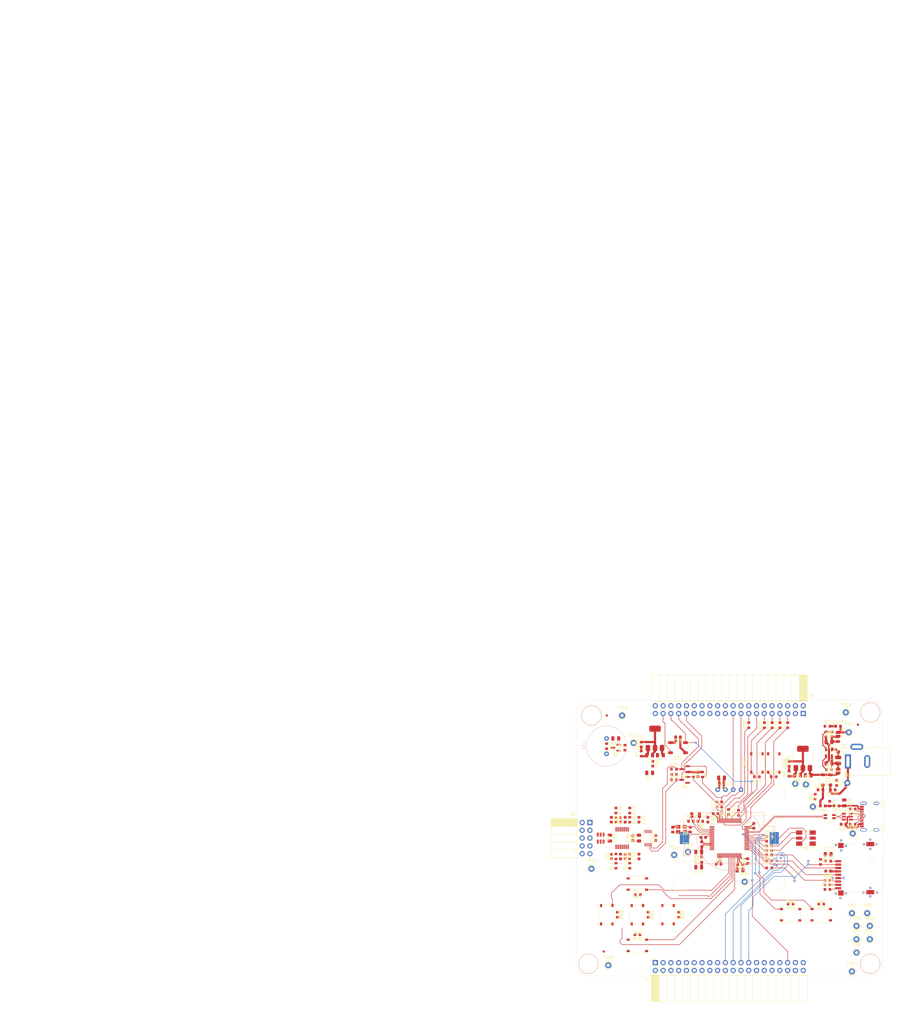
<source format=kicad_pcb>
(kicad_pcb (version 20240108) (generator "pcbnew") (generator_version "8.0")
  (title_block (title "EMBARCADOS - CURSO PCB") (date "2024-11-16") (rev "00") (company "Mechatronix Lab") (comment 1 "Eng. André A. M. Araújo"))
  (layers (0 "F.Cu" mixed) (1 "In1.Cu" power) (2 "In2.Cu" power) (31 "B.Cu" mixed) (34 "B.Paste" user) (35 "F.Paste" user) (36 "B.SilkS" user "B.Silkscreen") (37 "F.SilkS" user "F.Silkscreen") (38 "B.Mask" user) (39 "F.Mask" user) (44 "Edge.Cuts" user))
  (net 0 "")
  (net 1 "GND")
  (net 2 "+3VBAT")
  (net 3 "+VSEL")
  (net 4 "/POWER/BOOST IN")
  (net 5 "+3.3V")
  (net 6 "+VBOOST")
  (net 7 "+5V")
  (net 8 "/POWER/BOOST OUT")
  (net 9 "+5VA")
  (net 10 "+3.3VA")
  (net 11 "/MCU/LSE IN")
  (net 12 "/MCU/LSE OUT")
  (net 13 "/MCU/HSE IN")
  (net 14 "/MCU/HSE 1")
  (net 15 "+VCORE")
  (net 16 "/IO/VBUS T FLT")
  (net 17 "+VBUS")
  (net 18 "/ANALOG/AA0")
  (net 19 "AIN0")
  (net 20 "/ANALOG/AA0+")
  (net 21 "/ANALOG/AA1")
  (net 22 "AIN1")
  (net 23 "/ANALOG/AA1+")
  (net 24 "AIN2")
  (net 25 "/ANALOG/AA2")
  (net 26 "/ANALOG/AA2+")
  (net 27 "AIN3")
  (net 28 "/ANALOG/AA3")
  (net 29 "/ANALOG/AA3+")
  (net 30 "NRST")
  (net 31 "+VEXT")
  (net 32 "+VBUSF")
  (net 33 "/POWER/BOOST SW")
  (net 34 "A1")
  (net 35 "A0")
  (net 36 "A3")
  (net 37 "A2")
  (net 38 "NEOPIXEL DOUT")
  (net 39 "NEOPIXEL DIN")
  (net 40 "PWM GREEN")
  (net 41 "PWM RED")
  (net 42 "PWM BLUE")
  (net 44 "PA6")
  (net 45 "PA1")
  (net 46 "SPI SCK")
  (net 47 "SPI MOSI")
  (net 48 "USB OTG ID")
  (net 49 "PA2")
  (net 50 "PWM BUZZER")
  (net 51 "SPI NSS")
  (net 52 "PA3")
  (net 53 "PA7")
  (net 54 "PA5")
  (net 55 "PA4")
  (net 56 "PA0")
  (net 57 "SPI MISO")
  (net 58 "/IO/NRST CONN")
  (net 59 "I2C SDA 3.3V")
  (net 60 "/IO/RX CONN")
  (net 61 "/IO/SWDIO CONN")
  (net 62 "PC0")
  (net 63 "I2C SCL 3.3V")
  (net 64 "/IO/SWO CONN")
  (net 65 "PC3")
  (net 66 "PC1")
  (net 67 "I2C SCL 5V")
  (net 68 "PC2")
  (net 69 "DEBUG TX")
  (net 70 "I2C SDA 5V")
  (net 71 "/IO/SWCLK CONN")
  (net 72 "/IO/USB CC2")
  (net 73 "/IO/USB DATA+")
  (net 74 "/IO/USB CC1")
  (net 75 "/IO/USB DATA-")
  (net 78 "/IO/SD DAT0")
  (net 79 "/IO/SD DAT2")
  (net 80 "SD CARD ~{IN}")
  (net 81 "/IO/SD DAT1")
  (net 82 "/IO/USB DATA FLT +")
  (net 83 "/IO/USB DATA FLT -")
  (net 84 "USB D-")
  (net 85 "USB D+")
  (net 86 "/POWER/+VEXT LED")
  (net 87 "/POWER/+VBUS LED")
  (net 88 "/POWER/+VBOOST LED")
  (net 89 "/POWER/+5V LED")
  (net 90 "/POWER/+3.3V LED")
  (net 91 "/INTERFACE/BUZZER DRAIN")
  (net 92 "/POWER/BOOST ~{SHDN}")
  (net 93 "/POWER/BOOST FB")
  (net 94 "/MCU/HSE OUT")
  (net 95 "/MCU/MCU PB15")
  (net 96 "/MCU/MCU PB13")
  (net 97 "/MCU/MCU PB12")
  (net 98 "/MCU/MCU PB6")
  (net 99 "/MCU/MCU PB8")
  (net 100 "/MCU/MCU PB9")
  (net 101 "/MCU/MCU PC6")
  (net 102 "/MCU/MCU PC7")
  (net 103 "/MCU/MCU PC8")
  (net 104 "/MCU/MCU PC9")
  (net 105 "/MCU/MCU PA15")
  (net 106 "SWDIO")
  (net 107 "SWCLK")
  (net 108 "SWO")
  (net 109 "DEBUG RX")
  (net 110 "BUTTON UP")
  (net 111 "BUTTON DOWN")
  (net 112 "BUTTON LEFT")
  (net 113 "BUTTON RIGHT")
  (net 114 "BUTTON CENTER")
  (net 115 "BUTTON 1")
  (net 116 "BUTTON 2")
  (net 117 "BOOT0")
  (net 118 "/MCU/MCU PB5")
  (net 119 "/MCU/MCU PB10")
  (net 120 "/MCU/MCU PC13")
  (net 121 "/MCU/MCU PB4")
  (net 122 "/MCU/MCU PC11")
  (net 123 "/MCU/MCU PC12")
  (net 124 "/MCU/MCU PD2")
  (footprint "EMBARCADOS - CURSO PCB:WE 693071020811" (layer "F.Cu") (at 196 109.8 90)
    (property "Reference" "J5")
    (property "Value" "Micro_SD_Card_Det1")
    (fp_line (start 2.65 0) (end 3.45 0) (stroke (width 0.05)) (layer "Edge.Cuts"))
    (fp_line (start 3.45 0.9) (end 2.65 0.9) (stroke (width 0.05)) (layer "Edge.Cuts"))
    (fp_arc (start 3.45 0) (mid 3.9 0.45) (end 3.45 0.9) (stroke (width 0.05)) (layer "Edge.Cuts"))
    (fp_arc (start 2.65 0.9) (mid 2.2 0.45) (end 2.65 0) (stroke (width 0.05)) (layer "Edge.Cuts"))
    (fp_circle (center -4.95 0.45) (end -4.5 0.45) (stroke (width 0.05)) (fill none) (layer "Edge.Cuts"))
  )
  (footprint "EMBARCADOS - CURSO PCB:R_0603_1608Metric" (layer "F.Cu") (at 169.05 63.17 90)
    (property "Reference" "R32")
    (property "Value" "51R 1%")
  )
  (footprint "EMBARCADOS - CURSO PCB:C_0603_1608Metric" (layer "F.Cu") (at 120.5 106 90)
    (property "Reference" "C35")
    (property "Value" "100nF 50V")
  )
  (footprint "EMBARCADOS - CURSO PCB:C_0603_1608Metric" (layer "F.Cu") (at 133.25 67 180)
    (property "Reference" "C45")
    (property "Value" "100nF 50V")
  )
  (footprint "EMBARCADOS - CURSO PCB:C_0603_1608Metric" (layer "F.Cu") (at 114.5 94 90)
    (property "Reference" "C32")
    (property "Value" "100nF 50V")
  )
  (footprint "EMBARCADOS - CURSO PCB:TestPoint_Keystone_5000-5004_Miniature" (layer "F.Cu") (at 110.5 141.5)
    (property "Reference" "TP20")
    (property "Value" "GND")
  )
  (footprint "EMBARCADOS - CURSO PCB:R_0603_1608Metric" (layer "F.Cu") (at 117.5 91 -90)
    (property "Reference" "R37")
    (property "Value" "10K 1%")
  )
  (footprint "EMBARCADOS - CURSO PCB:R_0603_1608Metric" (layer "F.Cu") (at 166.51 63.17 90)
    (property "Reference" "R33")
    (property "Value" "51R 1%")
  )
  (footprint "EMBARCADOS - CURSO PCB:MountingHole_3.2mm_M3" (layer "F.Cu") (at 196 59)
    (property "Reference" "H2" (hide yes))
    (property "Value" "MountingHole")
  )
  (footprint "EMBARCADOS - CURSO PCB:C_0603_1608Metric" (layer "F.Cu") (at 156 107.5 90)
    (property "Reference" "C9")
    (property "Value" "100nF 50V")
  )
  (footprint "EMBARCADOS - CURSO PCB:R_0603_1608Metric" (layer "F.Cu") (at 113 94 -90)
    (property "Reference" "R40")
    (property "Value" "10K 1%")
  )
  (footprint "EMBARCADOS - CURSO PCB:TestPoint_Keystone_5000-5004_Miniature" (layer "F.Cu") (at 175 82.5)
    (property "Reference" "TP4")
    (property "Value" "+VSEL")
  )
  (footprint "EMBARCADOS - CURSO PCB:C&K PTS526SM20SMTR21 LFS" (layer "F.Cu") (at 120 135 180)
    (property "Reference" "SW2")
    (property "Value" "DOWN")
  )
  (footprint "EMBARCADOS - CURSO PCB:TestPoint_Keystone_5000-5004_Miniature" (layer "F.Cu") (at 195.85 128.65)
    (property "Reference" "TP10")
    (property "Value" "PC12")
  )
  (footprint "EMBARCADOS - CURSO PCB:D_SOD-123" (layer "F.Cu") (at 180.5 81 -90)
    (property "Reference" "D2")
    (property "Value" "1N5819HW")
  )
  (footprint "EMBARCADOS - CURSO PCB:R_0603_1608Metric" (layer "F.Cu") (at 190.25 90.5 180)
    (property "Reference" "R26")
    (property "Value" "5.1K 1%")
  )
  (footprint "EMBARCADOS - CURSO PCB:TSSOP-10_3x3mm_P0.5mm" (layer "F.Cu") (at 123.5 100 -90)
    (property "Reference" "U7")
    (property "Value" "ADS1115")
  )
  (footprint "EMBARCADOS - CURSO PCB:C_0805_2012Metric" (layer "F.Cu") (at 140 104.5 180)
    (property "Reference" "C13")
    (property "Value" "10µF 16V")
  )
  (footprint "EMBARCADOS - CURSO PCB:R_0603_1608Metric" (layer "F.Cu") (at 147.5 89 90)
    (property "Reference" "R14")
    (property "Value" "51R 1%")
  )
  (footprint "EMBARCADOS - CURSO PCB:PinSocket_2x20_P2.54mm_Horizontal" (layer "F.Cu") (at 174.11 59.36 -90)
    (property "Reference" "J2")
    (property "Value" "Conn_02x20_Odd_Even")
  )
  (footprint "EMBARCADOS - CURSO PCB:R_0603_1608Metric" (layer "F.Cu") (at 156.35 63.17 90)
    (property "Reference" "R36")
    (property "Value" "51R 1%")
  )
  (footprint "EMBARCADOS - CURSO PCB:R_0603_1608Metric" (layer "F.Cu") (at 120.175 118.5)
    (property "Reference" "R47")
    (property "Value" "10K 1%")
  )
  (footprint "EMBARCADOS - CURSO PCB:C_0603_1608Metric" (layer "F.Cu") (at 182.75 88.75 -90)
    (property "Reference" "C24")
    (property "Value" "680nF 16V")
  )
  (footprint "EMBARCADOS - CURSO PCB:USB_C_Receptacle_G-Switch_GT-USB-7010ASV" (layer "F.Cu") (at 196.925 93 90)
    (property "Reference" "J4")
    (property "Value" "USB_C_Receptacle_USB2.0_16P")
  )
  (footprint "EMBARCADOS - CURSO PCB:C_0805_2012Metric" (layer "F.Cu") (at 147.46 80.315 180)
    (property "Reference" "C42")
    (property "Value" "10µF 16V")
  )
  (footprint "EMBARCADOS - CURSO PCB:Fiducial_0.75mm_Mask1.5mm" (layer "F.Cu") (at 192 63)
    (property "Reference" "FID2" (hide yes))
    (property "Value" "Fiducial")
  )
  (footprint "EMBARCADOS - CURSO PCB:SOT-223-3_TabPin2" (layer "F.Cu") (at 174 74 90)
    (property "Reference" "U1")
    (property "Value" "LD1117S33TR")
  )
  (footprint "EMBARCADOS - CURSO PCB:TestPoint_Keystone_5000-5004_Miniature" (layer "F.Cu") (at 191.5 137.35)
    (property "Reference" "TP8")
    (property "Value" "PB4")
  )
  (footprint "EMBARCADOS - CURSO PCB:C_0603_1608Metric" (layer "F.Cu") (at 116 94 90)
    (property "Reference" "C30")
    (property "Value" "100nF 50V")
  )
  (footprint "EMBARCADOS - CURSO PCB:C_0603_1608Metric" (layer "F.Cu") (at 118.5 100 90)
    (property "Reference" "C38")
    (property "Value" "100nF 50V")
  )
  (footprint "EMBARCADOS - CURSO PCB:OLED 128x64 1.3in" (layer "F.Cu") (at 150 100)
    (property "Reference" "U8")
    (property "Value" "OLED 1.3\" 128x64")
    (fp_circle (center -15.75 -14.85) (end -14.15 -14.85) (stroke (width 0.05)) (fill none) (layer "Edge.Cuts"))
    (fp_circle (center -15.75 14.85) (end -14.15 14.85) (stroke (width 0.05)) (fill none) (layer "Edge.Cuts"))
    (fp_circle (center 15.75 -14.85) (end 17.35 -14.85) (stroke (width 0.05)) (fill none) (layer "Edge.Cuts"))
    (fp_circle (center 15.75 14.85) (end 17.35 14.85) (stroke (width 0.05)) (fill none) (layer "Edge.Cuts"))
  )
  (footprint "EMBARCADOS - CURSO PCB:R_0603_1608Metric" (layer "F.Cu") (at 153 91.75 90)
    (property "Reference" "R20")
    (property "Value" "51R 1%")
  )
  (footprint "EMBARCADOS - CURSO PCB:TestPoint_Keystone_5000-5004_Miniature" (layer "F.Cu") (at 132 105.5)
    (property "Reference" "TP14")
    (property "Value" "+3VBAT")
  )
  (footprint "EMBARCADOS - CURSO PCB:C&K PTS526SM20SMTR21 LFS" (layer "F.Cu") (at 159 75.5 -90)
    (property "Reference" "SW8")
    (property "Value" "~{RST}")
  )
  (footprint "EMBARCADOS - CURSO PCB:R_0603_1608Metric" (layer "F.Cu") (at 123.5 125 -90)
    (property "Reference" "R51")
    (property "Value" "10K 1%")
  )
  (footprint "EMBARCADOS - CURSO PCB:C&K PTS526SM20SMTR21 LFS" (layer "F.Cu") (at 164.5 75.5 90)
    (property "Reference" "SW9")
    (property "Value" "BOOT")
  )
  (footprint "EMBARCADOS - CURSO PCB:PinSocket_2x05_P2.54mm_Horizontal" (layer "F.Cu") (at 104.5 94.92)
    (property "Reference" "J6")
    (property "Value" "CONN 02x05 ODD EVEN")
  )
  (footprint "EMBARCADOS - CURSO PCB:C_0603_1608Metric" (layer "F.Cu") (at 145.5 92 180)
    (property "Reference" "C11")
    (property "Value" "100nF 50V")
  )
  (footprint "EMBARCADOS - CURSO PCB:WE-LQS SMT Semi-Shielded Power Inductor" (layer "F.Cu") (at 185.5 74.65 90)
    (property "Reference" "L1")
    (property "Value" "10µH 650mA")
  )
  (footprint "EMBARCADOS - CURSO PCB:TestPoint_Keystone_5000-5004_Miniature" (layer "F.Cu") (at 171.5 82.25)
    (property "Reference" "TP15")
    (property "Value" "+3.3V")
  )
  (footprint "EMBARCADOS - CURSO PCB:C_0805_2012Metric" (layer "F.Cu") (at 172.25 79.5 180)
    (property "Reference" "C3")
    (property "Value" "10µF 16V")
  )
  (footprint "EMBARCADOS - CURSO PCB:D_SOD-123" (layer "F.Cu") (at 185.5 70.15 -90)
    (property "Reference" "D3")
    (property "Value" "1N5819HW")
  )
  (footprint "EMBARCADOS - CURSO PCB:C_0805_2012Metric" (layer "F.Cu") (at 124 78.7125 180)
    (property "Reference" "C7")
    (property "Value" "10µF 16V")
  )
  (footprint "EMBARCADOS - CURSO PCB:R_0603_1608Metric" (layer "F.Cu") (at 181.5 66.15 -90)
    (property "Reference" "R8")
    (property "Value" "10K 1%")
  )
  (footprint "EMBARCADOS - CURSO PCB:C_0805_2012Metric" (layer "F.Cu") (at 120.5 100 90)
    (property "Reference" "C39")
    (property "Value" "10µF 16V")
  )
  (footprint "EMBARCADOS - CURSO PCB:R_0603_1608Metric" (layer "F.Cu") (at 163 109.75)
    (property "Reference" "R12")
    (property "Value" "51R 1%")
  )
  (footprint "EMBARCADOS - CURSO PCB:C_0603_1608Metric" (layer "F.Cu") (at 182.25 110.75 180)
    (property "Reference" "C28")
    (property "Value" "100nF 50V")
  )
  (footprint "EMBARCADOS - CURSO PCB:C&K PTS526SM20SMTR21 LFS" (layer "F.Cu") (at 110 125 90)
    (property "Reference" "SW3")
    (property "Value" "LEFT")
  )
  (footprint "EMBARCADOS - CURSO PCB:R_0603_1608Metric" (layer "F.Cu") (at 170 121.5 180)
    (property "Reference" "R52")
    (property "Value" "10K 1%")
  )
  (footprint "EMBARCADOS - CURSO PCB:C_0603_1608Metric" (layer "F.Cu") (at 147.46 82.22 180)
    (property "Reference" "C43")
    (property "Value" "100nF 50V")
  )
  (footprint "EMBARCADOS - CURSO PCB:R_0603_1608Metric" (layer "F.Cu") (at 113.5 125 -90)
    (property "Reference" "R49")
    (property "Value" "10K 1%")
  )
  (footprint "EMBARCADOS - CURSO PCB:C&K PTS526SM20SMTR21 LFS" (layer "F.Cu") (at 120 115)
    (property "Reference" "SW1")
    (property "Value" "UP")
  )
  (footprint "EMBARCADOS - CURSO PCB:R_0603_1608Metric" (layer "F.Cu") (at 117.5 109 90)
    (property "Reference" "R43")
    (property "Value" "10K 1%")
  )
  (footprint "EMBARCADOS - CURSO PCB:L_0603_1608Metric" (layer "F.Cu") (at 125 75.7125 -90)
    (property "Reference" "FB1")
    (property "Value" "600R 800mA")
  )
  (footprint "EMBARCADOS - CURSO PCB:SOT-23-6" (layer "F.Cu") (at 188.5 93)
    (property "Reference" "U5")
    (property "Value" "USBLC6-2SC6")
  )
  (footprint "EMBARCADOS - CURSO PCB:C_0603_1608Metric" (layer "F.Cu") (at 187.25 95.5 180)
    (property "Reference" "C25")
    (property "Value" "100nF 50V")
  )
  (footprint "EMBARCADOS - CURSO PCB:C_0805_2012Metric" (layer "F.Cu") (at 175.75 79.5 180)
    (property "Reference" "C1")
    (property "Value" "10µF 16V")
  )
  (footprint "EMBARCADOS - CURSO PCB:C_0603_1608Metric" (layer "F.Cu") (at 120.5 94 -90)
    (property "Reference" "C29")
    (property "Value" "100nF 50V")
  )
  (footprint "EMBARCADOS - CURSO PCB:TestPoint_Keystone_5000-5004_Miniature" (layer "F.Cu") (at 195 124.5)
    (property "Reference" "TP9")
    (property "Value" "PD2")
  )
  (footprint "EMBARCADOS - CURSO PCB:R_0603_1608Metric" (layer "F.Cu") (at 133.5 125 -90)
    (property "Reference" "R50")
    (property "Value" "10K 1%")
  )
  (footprint "EMBARCADOS - CURSO PCB:LQFP-64_10x10mm_P0.5mm" (layer "F.Cu") (at 150 100)
    (property "Reference" "U4")
    (property "Value" "STM32F411RET6")
  )
  (footprint "EMBARCADOS - CURSO PCB:R_0603_1608Metric" (layer "F.Cu") (at 117.5 106 90)
    (property "Reference" "R44")
    (property "Value" "10K 1%")
  )
  (footprint "EMBARCADOS - CURSO PCB:MountingHole_3.2mm_M3" (layer "F.Cu") (at 196 141)
    (property "Reference" "H4" (hide yes))
    (property "Value" "MountingHole")
  )
  (footprint "EMBARCADOS - CURSO PCB:R_0603_1608Metric" (layer "F.Cu") (at 182.25 107.5)
    (property "Reference" "R27")
    (property "Value" "10K 1%")
  )
  (footprint "EMBARCADOS - CURSO PCB:R_0603_1608Metric" (layer "F.Cu") (at 164.5 80)
    (property "Reference" "R55")
    (property "Value" "10K 1%")
  )
  (footprint "EMBARCADOS - CURSO PCB:TestPoint_Keystone_5000-5004_Miniature" (layer "F.Cu") (at 177.25 89.75)
    (property "Reference" "TP3")
    (property "Value" "+VBUSF")
  )
  (footprint "EMBARCADOS - CURSO PCB:SolderJumper-2_P1.3mm_Open_RoundedPad1.0x1.5mm" (layer "F.Cu") (at 185.5 78.15 90)
    (property "Reference" "JP1")
    (property "Value" "BOOST IN")
  )
  (footprint "EMBARCADOS - CURSO PCB:R_0603_1608Metric" (layer "F.Cu") (at 182 113.75)
    (property "Reference" "R31")
    (property "Value" "51R 1%")
  )
  (footprint "EMBARCADOS - CURSO PCB:C_0603_1608Metric" (layer "F.Cu") (at 137.5 94.5)
    (property "Reference" "C17")
    (property "Value" "10pF 50V")
  )
  (footprint "EMBARCADOS - CURSO PCB:R_0603_1608Metric" (layer "F.Cu") (at 182 115.25)
    (property "Reference" "R29")
    (property "Value" "10K 1%")
  )
  (footprint "EMBARCADOS - CURSO PCB:R_0603_1608Metric" (layer "F.Cu") (at 163.97 63.17 90)
    (property "Reference" "R34")
    (property "Value" "51R 1%")
  )
  (footprint "EMBARCADOS - CURSO PCB:SOT-23-6" (layer "F.Cu") (at 108 100 -90)
    (property "Reference" "D4")
    (property "Value" "ESDA6V1-5SC6")
  )
  (footprint "EMBARCADOS - CURSO PCB:PinSocket_2x20_P2.54mm_Horizontal" (layer "F.Cu") (at 125.85 140.64 90)
    (property "Reference" "J3")
    (property "Value" "Conn_02x20_Odd_Even")
  )
  (footprint "EMBARCADOS - CURSO PCB:SolderJumper-2_P1.3mm_Open_RoundedPad1.0x1.5mm" (layer "F.Cu") (at 185.5 66.15 90)
    (property "Reference" "JP2")
    (property "Value" "BOOST OUT")
  )
  (footprint "EMBARCADOS - CURSO PCB:R_0603_1608Metric" (layer "F.Cu") (at 115.9375 70.5 90)
    (property "Reference" "R46")
    (property "Value" "10K 1%")
  )
  (footprint "EMBARCADOS - CURSO PCB:R_0603_1608Metric" (layer "F.Cu") (at 117.5 94 -90)
    (property "Reference" "R38")
    (property "Value" "10K 1%")
  )
  (footprint "EMBARCADOS - CURSO PCB:R_0603_1608Metric" (layer "F.Cu") (at 179.75 107.75 -90)
    (property "Reference" "R28")
    (property "Value" "10K 1%")
  )
  (footprint "EMBARCADOS - CURSO PCB:R_0603_1608Metric" (layer "F.Cu") (at 182 63.5)
    (property "Reference" "R3")
    (property "Value" "10K 1%")
  )
  (footprint "EMBARCADOS - CURSO PCB:TestPoint_Keystone_5000-5004_Miniature" (layer "F.Cu") (at 190 124.5)
    (property "Reference" "TP1")
    (property "Value" "PC13")
  )
  (footprint "EMBARCADOS - CURSO PCB:LED_0603_1608Metric" (layer "F.Cu") (at 179.75 84.25)
    (property "Reference" "LED2")
    (property "Value" "RED")
  )
  (footprint "EMBARCADOS - CURSO PCB:C_0805_2012Metric" (layer "F.Cu") (at 112.9375 67.5 180)
    (property "Reference" "C41")
    (property "Value" "10µF 16V")
  )
  (footprint "EMBARCADOS - CURSO PCB:LED_0603_1608Metric" (layer "F.Cu") (at 183.75 84.25 180)
    (property "Reference" "LED1")
    (property "Value" "RED")
  )
  (footprint "EMBARCADOS - CURSO PCB:TestPoint_Keystone_5000-5004_Miniature" (layer "F.Cu") (at 136.5 104.5)
    (property "Reference" "TP22")
    (property "Value" "+3.3VA")
  )
  (footprint "EMBARCADOS - CURSO PCB:R_0603_1608Metric" (layer "F.Cu") (at 182.5 77.65)
    (property "Reference" "R6")
    (property "Value" "10K 1%")
  )
  (footprint "EMBARCADOS - CURSO PCB:C&K PTS526SM20SMTR21 LFS" (layer "F.Cu") (at 180 125 180)
    (property "Reference" "SW7")
    (property "Value" "BUTTON 2")
  )
  (footprint "EMBARCADOS - CURSO PCB:SOT-23" (layer "F.Cu") (at 135.4375 81 180)
    (property "Reference" "Q1")
    (property "Value" "2N7002K")
  )
  (footprint "EMBARCADOS - CURSO PCB:LED_0603_1608Metric" (layer "F.Cu") (at 121.25 69.45 90)
    (property "Reference" "LED4")
    (property "Value" "RED")
  )
  (footprint "EMBARCADOS - CURSO PCB:TestPoint_Keystone_5000-5004_Miniature" (layer "F.Cu") (at 195.85 133)
    (property "Reference" "TP11")
    (property "Value" "PC11")
  )
  (footprint "EMBARCADOS - CURSO PCB:SOT-23-5" (layer "F.Cu") (at 182.5 72.15 -90)
    (property "Reference" "U2")
    (property "Value" "AP3012")
  )
  (footprint "EMBARCADOS - CURSO PCB:Fiducial_0.75mm_Mask1.5mm" (layer "F.Cu") (at 110 60)
    (property "Reference" "FID1" (hide yes))
    (property "Value" "Fiducial")
  )
  (footprint "EMBARCADOS - CURSO PCB:MountingHole_3.2mm_M3" (layer "F.Cu") (at 105 60)
    (property "Reference" "H1" (hide yes))
    (property "Value" "MountingHole")
  )
  (footprint "EMBARCADOS - CURSO PCB:R_0603_1608Metric" (layer "F.Cu") (at 113 109 90)
    (property "Reference" "R41")
    (property "Value" "10K 1%")
  )
  (footprint "EMBARCADOS - CURSO PCB:LED_Inolux_IN-P55TATRGB_PLCC6_5.0x5.5mm_P1.8mm" (layer "F.Cu") (at 175 100 180)
    (property "Reference" "D6")
    (property "Value" "RGB")
  )
  (footprint "EMBARCADOS - CURSO PCB:WE-CNSW SMT Common Mode Line Filter" (layer "F.Cu") (at 182.75 93 180)
    (property "Reference" "L2")
    (property "Value" "USB 2.0")
  )
  (footprint "EMBARCADOS - CURSO PCB:TestPoint_Keystone_5000-5004_Miniature" (layer "F.Cu") (at 188.5 82)
    (property "Reference" "TP2")
    (property "Value" "+VEXT")
  )
  (footprint "EMBARCADOS - CURSO PCB:R_0603_1608Metric" (layer "F.Cu") (at 131.9375 77.5)
    (property "Reference" "R23")
    (property "Value" "10K 1%")
  )
  (footprint "EMBARCADOS - CURSO PCB:R_0603_1608Metric" (layer "F.Cu") (at 159 80 180)
    (property "Reference" "R54")
    (property "Value" "10K 1%")
  )
  (footprint "EMBARCADOS - CURSO PCB:R_0603_1608Metric" (layer "F.Cu") (at 113 91 -90)
    (property "Reference" "R39")
    (property "Value" "10K 1%")
  )
  (footprint "EMBARCADOS - CURSO PCB:C_0603_1608Metric" (layer "F.Cu") (at 131.5 97.25 -90)
    (property "Reference" "C19")
    (property "Value" "10pF 50V")
  )
  (footprint "EMBARCADOS - CURSO PCB:R_0603_1608Metric" (layer "F.Cu") (at 146 89 90)
    (property "Reference" "R15")
    (property "Value" "51R 1%")
  )
  (footprint "EMBARCADOS - CURSO PCB:BarrelJack_GCT_DCJ200-10-A_Horizontal" (layer "F.Cu") (at 188.7 75 90)
    (property "Reference" "J1")
    (property "Value" "3V-7V")
  )
  (footprint "EMBARCADOS - CURSO PCB:TestPoint_Keystone_5000-5004_Miniature" (layer "F.Cu") (at 188 59)
    (property "Reference" "TP19")
    (property "Value" "GND")
  )
  (footprint "EMBARCADOS - CURSO PCB:C_0603_1608Metric" (layer "F.Cu") (at 111.5 106 90)
    (property "Reference" "C33")
    (property "Value" "100nF 50V")
  )
  (footprint "EMBARCADOS - CURSO PCB:C_0805_2012Metric" (layer "F.Cu") (at 140 109.5 180)
    (property "Reference" "C12")
    (property "Value" "10µF 16V")
  )
  (footprint "EMBARCADOS - CURSO PCB:C_0603_1608Metric" (layer "F.Cu") (at 153.5 108.5 180)
    (property "Reference" "C21")
    (property "Value" "100nF 50V")
  )
  (footprint "EMBARCADOS - CURSO PCB:R_0603_1608Metric" (layer "F.Cu") (at 178 86.5 90)
    (property "Reference" "R2")
    (property "Value" "10K 1%")
  )
  (footprint "EMBARCADOS - CURSO PCB:R_0603_1608Metric" (layer "F.Cu") (at 190.25 95.5 180)
    (property "Reference" "R25")
    (property "Value" "5.1K 1%")
  )
  (footprint "EMBARCADOS - CURSO PCB:L_0603_1608Metric" (layer "F.Cu") (at 180.5 89.5 180)
    (property "Reference" "FB4")
    (property "Value" "600R 800mA")
  )
  (footprint "EMBARCADOS - CURSO PCB:L_0603_1608Metric" (layer "F.Cu") (at 185 89.5 180)
    (property "Reference" "FB3")
    (property "Value" "600R 800mA")
  )
  (footprint "EMBARCADOS - CURSO PCB:R_0603_1608Metric" (layer "F.Cu") (at 163 102.5)
    (property "Reference" "R17")
    (property "Value" "1K 1%")
  )
  (footprint "EMBARCADOS - CURSO PCB:TestPoint_Keystone_5000-5004_Miniature" (layer "F.Cu") (at 155 114.25)
    (property "Reference" "TP21")
    (property "Value" "+VCORE")
  )
  (footprint "EMBARCADOS - CURSO PCB:R_0603_1608Metric" (layer "F.Cu") (at 109.9375 70 -90)
    (property "Reference" "R45")
    (property "Value" "1K 1%")
  )
  (footprint "EMBARCADOS - CURSO PCB:C_0603_1608Metric" (layer "F.Cu") (at 146.5 108.5)
    (property "Reference" "C8")
    (property "Value" "100nF 50V")
  )
  (footprint "EMBARCADOS - CURSO PCB:R_0603_1608Metric" (layer "F.Cu") (at 161.43 63.17 90)
    (property "Reference" "R35")
    (property "Value" "51R 1%")
  )
  (footprint "EMBARCADOS - CURSO PCB:TestPoint_Keystone_5000-5004_Miniature" (layer "F.Cu") (at 190 143.5)
    (property "Reference" "TP17")
    (property "Value" "GND")
  )
  (footprint "EMBARCADOS - CURSO PCB:C_0603_1608Metric" (layer "F.Cu") (at 140.5 94.5 180)
    (property "Reference" "C16")
    (property "Value" "10pF 50V")
  )
  (footprint "EMBARCADOS - CURSO PCB:LED_0603_1608Metric" (layer "F.Cu") (at 169.5 75.75 90)
    (property "Reference" "LED5")
    (property "Value" "RED")
  )
  (footprint "EMBARCADOS - CURSO PCB:R_0603_1608Metric" (layer "F.Cu") (at 131.9375 81)
    (property "Reference" "R24")
    (property "Value" "10K 1%")
  )
  (footprint "EMBARCADOS - CURSO PCB:TestPoint_Keystone_5000-5004_Miniature" (layer "F.Cu") (at 191.5 133)
    (property "Reference" "TP7")
    (property "Value" "PB5")
  )
  (footprint "EMBARCADOS - CURSO PCB:R_0603_1608Metric" (layer "F.Cu") (at 185 82 -90)
    (property "Reference" "R1")
    (property "Value" "10K 1%")
  )
  (footprint "EMBARCADOS - CURSO PCB:C_0603_1608Metric" (layer "F.Cu") (at 158 96 90)
    (property "Reference" "C10")
    (property "Value" "100nF 50V")
  )
  (footprint "EMBARCADOS - CURSO PCB:R_0603_1608Metric" (layer "F.Cu") (at 135.75 99.75)
    (property "Reference" "R9")
    (property "Value" "0R")
  )
  (footprint "EMBARCADOS - CURSO PCB:C&K PTS526SM20SMTR21 LFS" (layer "F.Cu") (at 130 125 90)
    (property "Reference" "SW4")
    (property "Value" "RIGHT")
  )
  (footprint "EMBARCADOS - CURSO PCB:R_0603_1608Metric" (layer "F.Cu") (at 169.5 79 90)
    (property "Reference" "R5")
    (property "Value" "10K 1%")
  )
  (footprint "EMBARCADOS - CURSO PCB:R_0603_1608Metric" (layer "F.Cu") (at 163 105.5)
    (property "Reference" "R10")
    (property "Value" "51R 1%")
  )
  (footprint "EMBARCADOS - CURSO PCB:C_0805_2012Metric" (layer "F.Cu") (at 124 72.95 180)
    (property "Reference" "C5")
    (property "Value" "10µF 16V")
  )
  (footprint "EMBARCADOS - CURSO PCB:C_0603_1608Metric" (layer "F.Cu") (at 111.5 94 -90)
    (property "Reference" "C31")
    (property "Value" "100nF 50V")
  )
  (footprint "EMBARCADOS - CURSO PCB:C_0805_2012Metric" (layer "F.Cu") (at 187.5 88.5 -90)
    (property "Reference" "C26")
    (property "Value" "10µF 16V")
  )
  (footprint "EMBARCADOS - CURSO PCB:C_0603_1608Metric" (layer "F.Cu") (at 137.25 97.25 90)
    (property "Reference" "C18")
    (property "Value" "10pF 50V")
  )
  (footprint "EMBARCADOS - CURSO PCB:D_SOD-123" (layer "F.Cu") (at 183 81 -90)
    (property "Reference" "D1")
    (property "Value" "1N5819HW")
  )
  (footprint "EMBARCADOS - CURSO PCB:R_0603_1608Metric" (layer "F.Cu") (at 121.25 72.45 90)
    (property "Reference" "R4")
    (property "Value" "10K 1%")
  )
  (footprint "EMBARCADOS - CURSO PCB:R_0603_1608Metric" (layer "F.Cu") (at 163 99.5)
    (property "Reference" "R19")
    (property "Value" "51R 1%")
  )
  (footprint "EMBARCADOS - CURSO PCB:C_0805_2012Metric" (layer "F.Cu") (at 111 100 -90)
    (property "Reference" "C37")
    (property "Value" "10µF 16V")
  )
  (footprint "EMBARCADOS - CURSO PCB:LED_WS2812B_PLCC4_5.0x5.0mm_P3.2mm" (layer "F.Cu") (at 133.25 70.5 180)
    (property "Reference" "D5")
    (property "Value" "NEOPIXEL")
  )
  (footprint "EMBARCADOS - CURSO PCB:L_0603_1608Metric" (layer "F.Cu") (at 141 107 90)
    (property "Reference" "FB2")
    (property "Value" "600R 800mA")
  )
  (footprint "EMBARCADOS - CURSO PCB:C_0603_1608Metric" (layer "F.Cu") (at 141 102 -90)
    (property "Reference" "C14")
    (property "Value" "100nF 50V")
  )
  (footprint "EMBARCADOS - CURSO PCB:C_0805_2012Metric" (layer "F.Cu") (at 182.5 75.65 180)
    (property "Reference" "C2")
    (property "Value" "10µF 16V")
  )
  (footprint "EMBARCADOS - CURSO PCB:TestPoint_Keystone_5000-5004_Miniature" (layer "F.Cu") (at 191.5 128.65)
    (property "Reference" "TP6")
    (property "Value" "PB10")
  )
  (footprint "EMBARCADOS - CURSO PCB:C_0603_1608Metric" (layer "F.Cu") (at 143 94 -90)
    (property "Reference" "C15")
    (property "Value" "100nF 50V")
  )
  (footprint "EMBARCADOS - CURSO PCB:Crystal_SMD_3225-4Pin_3.2x2.5mm" (layer "F.Cu") (at 134.4 97.15)
    (property "Reference" "Y1")
    (property "Value" "12MHz 18pF")
  )
  (footprint "EMBARCADOS - CURSO PCB:R_0603_1608Metric" (layer "F.Cu") (at 113 106 90)
    (property "Reference" "R42")
    (property "Value" "10K 1%")
  )
  (footprint "EMBARCADOS - CURSO PCB:R_0603_1608Metric" (layer "F.Cu") (at 163 107.5)
    (property "Reference" "R11")
    (property "Value" "51R 1%")
  )
  (footprint "EMBARCADOS - CURSO PCB:SOT-23" (layer "F.Cu") (at 135.4375 77.5 180)
    (property "Reference" "Q2")
    (property "Value" "2N7002K")
  )
  (footprint "EMBARCADOS - CURSO PCB:C_0603_1608Metric" (layer "F.Cu") (at 126 100 90)
    (property "Reference" "C40")
    (property "Value" "100nF 50V")
  )
  (footprint "EMBARCADOS - CURSO PCB:C_0805_2012Metric" (layer "F.Cu") (at 182.5 68.65 180)
    (property "Reference" "C6")
    (property "Value" "10µF 16V")
  )
  (footprint "EMBARCADOS - CURSO PCB:Crystal_SMD_3215-2Pin_3.2x1.5mm" (layer "F.Cu") (at 139 92.5 180)
    (property "Reference" "Y2")
    (property "Value" "32.768kHz 12.5pF")
  )
  (footprint "EMBARCADOS - CURSO PCB:C_0603_1608Metric" (layer "F.Cu") (at 114.5 106 -90)
    (property "Reference" "C34")
    (property "Value" "100nF 50V")
  )
  (footprint "EMBARCADOS - CURSO PCB:C_0805_2012Metric" (layer "F.Cu") (at 182.25 105.25)
    (property "Reference" "C27")
    (property "Value" "10µF 16V")
  )
  (footprint "EMBARCADOS - CURSO PCB:R_0603_1608Metric" (layer "F.Cu") (at 138.25 79.25 -90)
    (property "Reference" "R21")
    (property "Value" "2.2K 1%")
  )
  (footprint "EMBARCADOS - CURSO PCB:MountingHole_3.2mm_M3" (layer "F.Cu") (at 104 141)
    (property "Reference" "H3" (hide yes))
    (property "Value" "MountingHole")
  )
  (footprint "EMBARCADOS - CURSO PCB:R_0603_1608Metric" (layer "F.Cu") (at 163 104)
    (property "Reference" "R16")
    (property "Value" "1K 1%")
  )
  (footprint "EMBARCADOS - CURSO PCB:TestPoint_Keystone_5000-5004_Miniature" (layer "F.Cu") (at 105 110)
    (property "Reference" "TP13")
    (property "Value" "+5VA")
  )
  (footprint "EMBARCADOS - CURSO PCB:TSSOP-14_4.4x5mm_P0.65mm" (layer "F.Cu") (at 115 100 -90)
    (property "Reference" "U6")
    (property "Value" "LMV324")
  )
  (footprint "EMBARCADOS - CURSO PCB:C_0603_1608Metric" (layer "F.Cu") (at 131.9375 79.25 180)
    (property "Reference" "C23")
    (property "Value" "100nF 50V")
  )
  (footprint "EMBARCADOS - CURSO PCB:R_0603_1608Metric" (layer "F.Cu") (at 120 131.5 180)
    (property "Reference" "R48")
    (property "Value" "10K 1%")
  )
  (footprint "EMBARCADOS - CURSO PCB:R_0603_1608Metric" (layer "F.Cu") (at 163 101)
    (property "Reference" "R18")
    (property "Value" "1K 1%")
  )
  (footprint "EMBARCADOS - CURSO PCB:C_0603_1608Metric" (layer "F.Cu") (at 139.75 79.25 90)
    (property "Reference" "C22")
    (property "Value" "100nF 50V")
  )
  (footprint "EMBARCADOS - CURSO PCB:Fiducial_0.75mm_Mask1.5mm" (layer "F.Cu") (at 109 137)
    (property "Reference" "FID3" (hide yes))
    (property "Value" "Fiducial")
  )
  (footprint "EMBARCADOS - CURSO PCB:TestPoint_Keystone_5000-5004_Miniature" (layer "F.Cu") (at 190.25 98.5)
    (property "Reference" "TP16")
    (property "Value" "+VBUS")
  )
  (footprint "EMBARCADOS - CURSO PCB:LED_0603_1608Metric" (layer "F.Cu") (at 185.5 63.5)
    (property "Reference" "LED3")
    (property "Value" "RED")
  )
  (footprint "EMBARCADOS - CURSO PCB:R_0603_1608Metric" (layer "F.Cu") (at 182 116.75)
    (property "Reference" "R30")
    (property "Value" "10K 1%")
  )
  (footprint "EMBARCADOS - CURSO PCB:SOT-23" (layer "F.Cu") (at 112.9375 70.5 180)
    (property "Reference" "Q3")
    (property "Value" "2N7002K")
  )
  (footprint "EMBARCADOS - CURSO PCB:R_0603_1608Metric" (layer "F.Cu") (at 149.75 91.5 90)
    (property "Reference" "R13")
    (property "Value" "51R 1%")
  )
  (footprint "EMBARCADOS - CURSO PCB:TestPoint_Keystone_5000-5004_Miniature" (layer "F.Cu") (at 115 60)
    (property "Reference" "TP18")
    (property "Value" "GND")
  )
  (footprint "EMBARCADOS - CURSO PCB:C_0805_2012Metric" (layer "F.Cu") (at 153.5 110.5)
    (property "Reference" "C20")
    (property "Value" "10µF 16V")
  )
  (footprint "EMBARCADOS - CURSO PCB:C_0603_1608Metric" (layer "F.Cu") (at 141.5 99.75)
    (property "Reference" "C44")
    (property "Value" "100nF 50V")
  )
  (footprint "EMBARCADOS - CURSO PCB:SOT-223-3_TabPin2" (layer "F.Cu") (at 125.75 67.45 90)
    (property "Reference" "U3")
    (property "Value" "LD1117S50TR")
  )
  (footprint "EMBARCADOS - CURSO PCB:R_0603_1608Metric" (layer "F.Cu") (at 183.5 66.15 90)
    (property "Reference" "R7")
    (property "Value" "47K 1%")
  )
  (footprint "EMBARCADOS - CURSO PCB:C&K PTS526SM20SMTR21 LFS" (layer "F.Cu") (at 170 125 180)
    (property "Reference" "SW6")
    (property "Value" "BUTTON 1")
  )
  (footprint "EMBARCADOS - CURSO PCB:R_0603_1608Metric" (layer "F.Cu") (at 180 121.5 180)
    (property "Reference" "R53")
    (property "Value" "10K 1%")
  )
  (footprint "EMBARCADOS - CURSO PCB:C_0805_2012Metric" (layer "F.Cu") (at 127.5 72.95 180)
    (property "Reference" "C4")
    (property "Value" "10µF 16V")
  )
  (footprint "EMBARCADOS - CURSO PCB:TestPoint_Keystone_5000-5004_Miniature" (layer "F.Cu") (at 118.75 68.95)
    (property "Reference" "TP12")
    (property "Value" "+5V")
  )
  (footprint "EMBARCADOS - CURSO PCB:TestPoint_Keystone_5000-5004_Miniature" (layer "F.Cu") (at 189 65.5)
    (property "Reference" "TP5")
    (property "Value" "+VBOOST")
  )
  (footprint "EMBARCADOS - CURSO PCB:C_0603_1608Metric" (layer "F.Cu") (at 116 106 -90)
    (property "Reference" "C36")
    (property "Value" "100nF 50V")
  )
  (footprint "EMBARCADOS - CURSO PCB:R_0603_1608Metric" (layer "F.Cu") (at 141.25 79.25 -90)
    (property "Reference" "R22")
    (property "Value" "2.2K 1%")
  )
  (footprint "EMBARCADOS - CURSO PCB:C&K PTS526SM20SMTR21 LFS" (layer "F.Cu") (at 120 125 90)
    (property "Reference" "SW5")
    (property "Value" "CENTER")
  )
  (footprint "EMBARCADOS - CURSO PCB:BatteryHolder_Keystone_1060_1x2032" (layer "B.Cu") (at 150 100)
    (property "Reference" "BT1")
    (property "Value" "CR2032")
  )
  (footprint "EMBARCADOS - CURSO PCB:PKM13EPYH4000-A0" (layer "B.Cu") (at 109.9375 70 -90)
    (property "Reference" "LS1")
    (property "Value" "78dB 4kHz")
  )
  (gr_line (start 100 141) (end 100 60) (stroke (width 0.05)) (layer "Edge.Cuts"))
  (gr_arc (start 196 55) (mid 198.828427 56.171573) (end 200 59) (stroke (width 0.05)) (layer "Edge.Cuts"))
  (gr_line (start 105 55) (end 196 55) (stroke (width 0.05)) (layer "Edge.Cuts"))
  (gr_line (start 196 145) (end 104 145) (stroke (width 0.05)) (layer "Edge.Cuts"))
  (gr_arc (start 104 145) (mid 101.171573 143.828427) (end 100 141) (stroke (width 0.05)) (layer "Edge.Cuts"))
  (gr_arc (start 200 141) (mid 198.828427 143.828427) (end 196 145) (stroke (width 0.05)) (layer "Edge.Cuts"))
  (gr_line (start 200 59) (end 200 141) (stroke (width 0.05)) (layer "Edge.Cuts"))
  (gr_arc (start 100 60) (mid 101.464466 56.464466) (end 105 55) (stroke (width 0.05)) (layer "Edge.Cuts"))
  (segment (start 154.275 110.325) (end 154.45 110.5) (width 0.3) (layer "F.Cu") (net 1))
  (segment (start 123.45 70.6) (end 123.45 72.55) (width 0.7) (layer "F.Cu") (net 1))
  (segment (start 121.25 73.275) (end 122.725 73.275) (width 0.7) (layer "F.Cu") (net 1))
  (segment (start 182.5 71.0125) (end 182.5 69.6) (width 0.7) (layer "F.Cu") (net 1))
  (segment (start 146.75 107.475) (end 145.725 108.5) (width 0.3) (layer "F.Cu") (net 1))
  (segment (start 131.5 96.475) (end 131.675 96.3) (width 0.7) (layer "F.Cu") (net 1))
  (segment (start 153.25 105.675) (end 153.25 107.475) (width 0.3) (layer "F.Cu") (net 1))
  (segment (start 169.5 79.825) (end 170.975 79.825) (width 0.7) (layer "F.Cu") (net 1))
  (segment (start 148.235 82.22) (end 148.235 80.49) (width 0.7) (layer "F.Cu") (net 1))
  (segment (start 148.235 83.705) (end 148.73 84.2) (width 0.7) (layer "F.Cu") (net 1))
  (segment (start 135.5 98) (end 137.225 98) (width 0.7) (layer "F.Cu") (net 1))
  (segment (start 123.45 72.55) (end 123.05 72.95) (width 0.7) (layer "F.Cu") (net 1))
  (segment (start 146.75 105.675) (end 146.75 107.475) (width 0.3) (layer "F.Cu") (net 1))
  (segment (start 131.675 96.3) (end 133.3 96.3) (width 0.7) (layer "F.Cu") (net 1))
  (segment (start 144.325 101.75) (end 141.525 101.75) (width 0.3) (layer "F.Cu") (net 1))
  (segment (start 181.55 68.65) (end 181.55 67.025) (width 0.7) (layer "F.Cu") (net 1))
  (segment (start 141 100.025) (end 140.725 99.75) (width 0.3) (layer "F.Cu") (net 1))
  (segment (start 134.025 67) (end 134.025 70.475) (width 0.7) (layer "F.Cu") (net 1))
  (segment (start 134.025 70.475) (end 135.7 72.15) (width 0.7) (layer "F.Cu") (net 1))
  (segment (start 146.75 92.475) (end 146.275 92) (width 0.3) (layer "F.Cu") (net 1))
  (segment (start 154.275 108.5) (end 155.775 108.5) (width 0.3) (layer "F.Cu") (net 1))
  (segment (start 148.235 82.22) (end 148.235 83.705) (width 0.7) (layer "F.Cu") (net 1))
  (segment (start 146.75 94.325) (end 146.75 92.475) (width 0.3) (layer "F.Cu") (net 1))
  (segment (start 170.975 79.825) (end 171.3 79.5) (width 0.7) (layer "F.Cu") (net 1))
  (segment (start 181.55 67.025) (end 181.5 66.975) (width 0.7) (layer "F.Cu") (net 1))
  (segment (start 141 101.225) (end 141 100.025) (width 0.3) (layer "F.Cu") (net 1))
  (segment (start 171.7 77.15) (end 171.7 79.1) (width 0.7) (layer "F.Cu") (net 1))
  (segment (start 153.25 107.475) (end 154.275 108.5) (width 0.3) (layer "F.Cu") (net 1))
  (segment (start 182.5 71.0125) (end 182.5 74.7) (width 0.7) (layer "F.Cu") (net 1))
  (segment (start 182.5 74.7) (end 181.55 75.65) (width 0.7) (layer "F.Cu") (net 1))
  (segment (start 122.725 73.275) (end 123.05 72.95) (width 0.7) (layer "F.Cu") (net 1))
  (segment (start 182.5 69.6) (end 181.55 68.65) (width 0.7) (layer "F.Cu") (net 1))
  (segment (start 171.7 79.1) (end 171.3 79.5) (width 0.7) (layer "F.Cu") (net 1))
  (segment (start 137.225 98) (end 137.25 98.025) (width 0.7) (layer "F.Cu") (net 1))
  (segment (start 141.525 101.75) (end 141 101.225) (width 0.3) (layer "F.Cu") (net 1))
  (segment (start 157.975 96.75) (end 158 96.775) (width 0.3) (layer "F.Cu") (net 1))
  (segment (start 155.675 96.75) (end 157.975 96.75) (width 0.3) (layer "F.Cu") (net 1))
  (segment (start 155.775 108.5) (end 156 108.275) (width 0.3) (layer "F.Cu") (net 1))
  (segment (start 154.275 108.5) (end 154.275 110.325) (width 0.3) (layer "F.Cu") (net 1))
  (segment (start 148.235 80.49) (end 148.41 80.315) (width 0.7) (layer "F.Cu") (net 1))
  (via (at 188 102.5) (size 0.7) (drill 0.3) (layers "F.Cu" "B.Cu") (net 1))
  (via (at 186.498671 104.009483) (size 0.7) (drill 0.3) (layers "F.Cu" "B.Cu") (net 1))
  (via (at 184.75 118) (size 0.7) (drill 0.3) (layers "F.Cu" "B.Cu") (net 1))
  (via (at 193.75 117.75) (size 0.7) (drill 0.3) (layers "F.Cu" "B.Cu") (net 1))
  (via (at 165.5 109) (size 0.7) (drill 0.3) (layers "F.Cu" "B.Cu") (net 1))
  (via (at 196 116.25) (size 0.7) (drill 0.3) (layers "F.Cu" "B.Cu") (net 1))
  (via (at 198.25 117.75) (size 0.7) (drill 0.3) (layers "F.Cu" "B.Cu") (net 1))
  (via (at 186.5 100.75) (size 0.7) (drill 0.3) (layers "F.Cu" "B.Cu") (net 1))
  (via (at 171.25 114) (size 0.7) (drill 0.3) (layers "F.Cu" "B.Cu") (net 1))
  (via (at 184.75 102.25) (size 0.7) (drill 0.3) (layers "F.Cu" "B.Cu") (net 1))
  (via (at 193.955222 102.002694) (size 0.7) (drill 0.3) (layers "F.Cu" "B.Cu") (net 1))
  (via (at 164.75 106.75) (size 0.7) (drill 0.3) (layers "F.Cu" "B.Cu") (net 1))
  (via (at 188 118) (size 0.7) (drill 0.3) (layers "F.Cu" "B.Cu") (net 1))
  (via (at 183.75 113) (size 0.7) (drill 0.3) (layers "F.Cu" "B.Cu") (net 1))
  (via (at 187.25 113) (size 0.7) (drill 0.3) (layers "F.Cu" "B.Cu") (net 1))
  (via (at 175.75 107.5) (size 0.7) (drill 0.3) (layers "F.Cu" "B.Cu") (net 1))
  (via (at 196 103.5) (size 0.7) (drill 0.3) (layers "F.Cu" "B.Cu") (net 1))
  (via (at 196 100.5) (size 0.7) (drill 0.3) (layers "F.Cu" "B.Cu") (net 1))
  (via (at 196 119) (size 0.7) (drill 0.3) (layers "F.Cu" "B.Cu") (net 1))
  (via (at 186.25 119.5) (size 0.7) (drill 0.3) (layers "F.Cu" "B.Cu") (net 1))
  (via (at 198 102) (size 0.7) (drill 0.3) (layers "F.Cu" "B.Cu") (net 1))
  (via (at 166.75 106.5) (size 0.7) (drill 0.3) (layers "F.Cu" "B.Cu") (net 1))
  (segment (start 176.3 79.1) (end 176.7 79.5) (width 0.7) (layer "F.Cu") (net 3))
  (segment (start 184.95 79.35) (end 185.5 78.8) (width 0.7) (layer "F.Cu") (net 3))
  (segment (start 183 79.35) (end 184.95 79.35) (width 0.7) (layer "F.Cu") (net 3))
  (segment (start 180.5 79.35) (end 183 79.35) (width 0.7) (layer "F.Cu") (net 3))
  (segment (start 176.85 79.35) (end 176.7 79.5) (width 0.7) (layer "F.Cu") (net 3))
  (segment (start 180.5 79.35) (end 176.85 79.35) (width 0.7) (layer "F.Cu") (net 3))
  (segment (start 176.3 77.15) (end 176.3 79.1) (width 0.7) (layer "F.Cu") (net 3))
  (segment (start 185.5 75.6) (end 183.5 75.6) (width 0.7) (layer "F.Cu") (net 4))
  (segment (start 183.325 75.775) (end 183.45 75.65) (width 0.3) (layer "F.Cu") (net 4))
  (segment (start 183.5 75.6) (end 183.45 75.65) (width 0.7) (layer "F.Cu") (net 4))
  (segment (start 185.5 77.5) (end 185.5 75.6) (width 0.7) (layer "F.Cu") (net 4))
  (segment (start 183.325 77.65) (end 183.325 75.775) (width 0.3) (layer "F.Cu") (net 4))
  (segment (start 183.45 73.2875) (end 183.45 75.65) (width 0.7) (layer "F.Cu") (net 4))
  (segment (start 174 77.15) (end 174 78.25) (width 0.7) (layer "F.Cu") (net 5))
  (segment (start 138.3 78.475) (end 138.25 78.425) (width 0.7) (layer "F.Cu") (net 5))
  (segment (start 153.75 106.5) (end 154 106.75) (width 0.3) (layer "F.Cu") (net 5))
  (segment (start 139.8 78.425) (end 139.75 78.475) (width 0.7) (layer "F.Cu") (net 5))
  (segment (start 147.25 108.475) (end 147.275 108.5) (width 0.3) (layer "F.Cu") (net 5))
  (segment (start 145 92) (end 144.725 92) (width 0.156464) (layer "F.Cu") (net 5))
  (segment (start 146.25 93.5) (end 144.75 92) (width 0.3) (layer "F.Cu") (net 5))
  (segment (start 146.685 82.22) (end 146.685 80.49) (width 0.7) (layer "F.Cu") (net 5))
  (segment (start 146.685 80.49) (end 146.51 80.315) (width 0.7) (layer "F.Cu") (net 5))
  (segment (start 155.675 96.25) (end 156.975 96.25) (width 0.3) (layer "F.Cu") (net 5))
  (segment (start 185.55 110.85) (end 183.125 110.85) (width 0.7) (layer "F.Cu") (net 5))
  (segment (start 140.95 109.5) (end 140.95 107.8375) (width 0.7) (layer "F.Cu") (net 5))
  (segment (start 174 74.75) (end 174 70.85) (width 0.7) (layer "F.Cu") (net 5))
  (segment (start 173.2 79.05) (end 173.2 79.5) (width 0.7) (layer "F.Cu") (net 5))
  (segment (start 146.25 94.325) (end 146.25 93.5) (width 0.3) (layer "F.Cu") (net 5))
  (segment (start 183.125 110.85) (end 183.025 110.75) (width 0.7) (layer "F.Cu") (net 5))
  (segment (start 174 78.25) (end 173.2 79.05) (width 0.7) (layer "F.Cu") (net 5))
  (segment (start 146.685 83.705) (end 146.19 84.2) (width 0.7) (layer "F.Cu") (net 5))
  (segment (start 156.975 96.25) (end 158 95.225) (width 0.3) (layer "F.Cu") (net 5))
  (segment (start 136.4 78.425) (end 136.375 78.45) (width 0.7) (layer "F.Cu") (net 5))
  (segment (start 169.5 74.9625) (end 173.7875 74.9625) (width 0.7) (layer "F.Cu") (net 5))
  (segment (start 144.75 92) (end 144.725 92) (width 0.3) (layer "F.Cu") (net 5))
  (segment (start 154 106.75) (end 154.025 106.725) (width 0.3) (layer "F.Cu") (net 5))
  (segment (start 139.75 78.475) (end 138.3 78.475) (width 0.7) (layer "F.Cu") (net 5))
  (segment (start 153.75 105.675) (end 153.75 106.5) (width 0.3) (layer "F.Cu") (net 5))
  (segment (start 174 77.15) (end 174 74.75) (width 0.7) (layer "F.Cu") (net 5))
  (segment (start 140.95 107.8375) (end 141 107.7875) (width 0.7) (layer "F.Cu") (net 5))
  (segment (start 146.685 82.22) (end 146.685 83.705) (width 0.7) (layer "F.Cu") (net 5))
  (segment (start 155.725 107) (end 156 106.725) (width 0.156464) (layer "F.Cu") (net 5))
  (segment (start 154.025 106.725) (end 156 106.725) (width 0.3) (layer "F.Cu") (net 5))
  (segment (start 138.25 78.425) (end 136.4 78.425) (width 0.7) (layer "F.Cu") (net 5))
  (segment (start 147.25 105.675) (end 147.25 108.475) (width 0.3) (layer "F.Cu") (net 5))
  (segment (start 141.25 78.425) (end 139.8 78.425) (width 0.7) (layer "F.Cu") (net 5))
  (segment (start 173.7875 74.9625) (end 174 74.75) (width 0.7) (layer "F.Cu") (net 5))
  (segment (start 185.5 65.5) (end 186.25 65.5) (width 0.7) (layer "F.Cu") (net 6))
  (segment (start 186.2875 63.5) (end 186.2875 65.4625) (width 0.7) (layer "F.Cu") (net 6))
  (segment (start 186.2875 65.4625) (end 186.25 65.5) (width 0.7) (layer "F.Cu") (net 6))
  (segment (start 128.05 72.55) (end 128.45 72.95) (width 0.7) (layer "F.Cu") (net 6))
  (segment (start 128.05 70.6) (end 128.05 72.55) (width 0.7) (layer "F.Cu") (net 6))
  (segment (start 186.25 65.5) (end 189 65.5) (width 0.7) (layer "F.Cu") (net 6))
  (segment (start 121.25 68.6625) (end 125.7125 68.6625) (width 0.7) (layer "F.Cu") (net 7))
  (segment (start 124.95 72.5) (end 124.95 72.95) (width 0.7) (layer "F.Cu") (net 7))
  (segment (start 132.475 68.525) (end 132.15 68.85) (width 0.7) (layer "F.Cu") (net 7))
  (segment (start 125.75 64.3) (end 125.75 68.7) (width 0.7) (layer "F.Cu") (net 7))
  (segment (start 125.75 68.7) (end 125.75 70.6) (width 0.7) (layer "F.Cu") (net 7))
  (segment (start 132.15 68.85) (end 130.8 68.85) (width 0.7) (layer "F.Cu") (net 7))
  (segment (start 125.75 70.6) (end 125.75 71.7) (width 0.7) (layer "F.Cu") (net 7))
  (segment (start 132.475 67) (end 132.475 68.525) (width 0.7) (layer "F.Cu") (net 7))
  (segment (start 125.7125 68.6625) (end 125.75 68.7) (width 0.7) (layer "F.Cu") (net 7))
  (segment (start 125.75 71.7) (end 124.95 72.5) (width 0.7) (layer "F.Cu") (net 7))
  (segment (start 183.5 66.975) (end 185.325 66.975) (width 0.7) (layer "F.Cu") (net 8))
  (segment (start 183.45 68.65) (end 183.45 67.025) (width 0.7) (layer "F.Cu") (net 8))
  (segment (start 185.5 68.5) (end 183.6 68.5) (width 0.7) (layer "F.Cu") (net 8))
  (segment (start 183.45 67.025) (end 183.5 66.975) (width 0.7) (layer "F.Cu") (net 8))
  (segment (start 183.6 68.5) (end 183.45 68.65) (width 0.7) (layer "F.Cu") (net 8))
  (segment (start 185.325 66.975) (end 185.5 66.8) (width 0.7) (layer "F.Cu") (net 8))
  (segment (start 144.325 102.25) (end 141.525 102.25) (width 0.3) (layer "F.Cu") (net 10))
  (segment (start 140.95 104.5) (end 140.95 106.1625) (width 0.7) (layer "F.Cu") (net 10))
  (segment (start 141.525 102.25) (end 141 102.775) (width 0.3) (layer "F.Cu") (net 10))
  (segment (start 140.95 102.825) (end 141 102.775) (width 0.7) (layer "F.Cu") (net 10))
  (segment (start 140.95 106.1625) (end 141 106.2125) (width 0.7) (layer "F.Cu") (net 10))
  (segment (start 140.95 104.5) (end 140.95 102.825) (width 0.7) (layer "F.Cu") (net 10))
  (segment (start 141.25 97.25) (end 139.725 95.725) (width 0.156464) (layer "F.Cu") (net 11))
  (segment (start 139.725 94.5) (end 140.25 93.975) (width 0.156464) (layer "F.Cu") (net 11))
  (segment (start 139.725 95.725) (end 139.725 94.5) (width 0.156464) (layer "F.Cu") (net 11))
  (segment (start 140.25 93.975) (end 140.25 92.5) (width 0.156464) (layer "F.Cu") (net 11))
  (segment (start 144.325 97.25) (end 141.25 97.25) (width 0.156464) (layer "F.Cu") (net 11))
  (segment (start 144.325 97.75) (end 140.8 97.75) (width 0.156464) (layer "F.Cu") (net 12))
  (segment (start 138.275 95.225) (end 138.275 94.5) (width 0.156464) (layer "F.Cu") (net 12))
  (segment (start 140.8 97.75) (end 138.275 95.225) (width 0.156464) (layer "F.Cu") (net 12))
  (segment (start 138.275 94.5) (end 137.75 93.975) (width 0.156464) (layer "F.Cu") (net 12))
  (segment (start 137.75 93.975) (end 137.75 92.5) (width 0.156464) (layer "F.Cu") (net 12))
  (segment (start 144.325 98.25) (end 140.5 98.25) (width 0.156464) (layer "F.Cu") (net 13))
  (segment (start 138.55 96.3) (end 135.5 96.3) (width 0.156464) (layer "F.Cu") (net 13))
  (segment (start 140.5 98.25) (end 138.55 96.3) (width 0.156464) (layer "F.Cu") (net 13))
  (segment (start 131.5 98.025) (end 133.275 98.025) (width 0.156464) (layer "F.Cu") (net 14))
  (segment (start 133.275 98.025) (end 133.3 98) (width 0.156464) (layer "F.Cu") (net 14))
  (segment (start 134.925 99.75) (end 134.925 99.625) (width 0.156464) (layer "F.Cu") (net 14))
  (segment (start 134.925 99.625) (end 133.3 98) (width 0.156464) (layer "F.Cu") (net 14))
  (segment (start 152.55 108.675) (end 152.725 108.5) (width 0.7) (layer "F.Cu") (net 15))
  (segment (start 152.75 105.675) (end 152.75 108.475) (width 0.3) (layer "F.Cu") (net 15))
  (segment (start 152.75 108.475) (end 152.725 108.5) (width 0.3) (layer "F.Cu") (net 15))
  (segment (start 152.55 110.5) (end 152.55 108.675) (width 0.7) (layer "F.Cu") (net 15))
  (segment (start 182.775 89.5) (end 182.75 89.525) (width 0.5) (layer "F.Cu") (net 16))
  (segment (start 182.725 89.5) (end 182.75 89.525) (width 0.5) (layer "F.Cu") (net 16))
  (segment (start 181.2875 89.5) (end 182.725 89.5) (width 0.5) (layer "F.Cu") (net 16))
  (segment (start 184.2125 89.5) (end 182.775 89.5) (width 0.5) (layer "F.Cu") (net 16))
  (segment (start 189.6375 93) (end 188.75 93) (width 0.5) (layer "F.Cu") (net 17))
  (segment (start 192 90.25) (end 192 89.75) (width 0.5) (layer "F.Cu") (net 17))
  (segment (start 192.35 95.4) (end 192 95.75) (width 0.6) (layer "F.Cu") (net 17))
  (segment (start 193.2 95.4) (end 192.35 95.4) (width 0.6) (layer "F.Cu") (net 17))
  (segment (start 192.35 90.6) (end 192 90.25) (width 0.5) (layer "F.Cu") (net 17))
  (segment (start 185.7875 89.5) (end 187.45 89.5) (width 0.5) (layer "F.Cu") (net 17))
  (segment (start 188.75 93) (end 188.5 93.25) (width 0.5) (layer "F.Cu") (net 17))
  (segment (start 192 95.75) (end 192 96.25) (width 0.6) (layer "F.Cu") (net 17))
  (segment (start 188.5 93.25) (end 188.5 95.025) (width 0.5) (layer "F.Cu") (net 17))
  (segment (start 192 96.25) (end 191.75 96.5) (width 0.6) (layer "F.Cu") (net 17))
  (segment (start 192 89.75) (end 191.7 89.45) (width 0.5) (layer "F.Cu") (net 17))
  (segment (start 187.45 89.5) (end 187.5 89.45) (width 0.5) (layer "F.Cu") (net 17))
  (segment (start 188.5 95.025) (end 188.025 95.5) (width 0.5) (layer "F.Cu") (net 17))
  (segment (start 188.025 95.975) (end 188.025 95.5) (width 0.6) (layer "F.Cu") (net 17))
  (segment (start 191.7 89.45) (end 187.5 89.45) (width 0.5) (layer "F.Cu") (net 17))
  (segment (start 191.75 96.5) (end 188.55 96.5) (width 0.6) (layer "F.Cu") (net 17))
  (segment (start 193.2 90.6) (end 192.35 90.6) (width 0.5) (layer "F.Cu") (net 17))
  (segment (start 188.55 96.5) (end 188.025 95.975) (width 0.6) (layer "F.Cu") (net 17))
  (segment (start 161.43 63.995) (end 157.15 68.275) (width 0.156464) (layer "F.Cu") (net 30))
  (segment (start 144.325 99.25) (end 142.775 99.25) (width 0.156464) (layer "F.Cu") (net 30))
  (segment (start 158.175 80) (end 158.175 79.525) (width 0.156464) (layer "F.Cu") (net 30))
  (segment (start 157.15 78.5) (end 157.15 72.5) (width 0.156464) (layer "F.Cu") (net 30))
  (segment (start 142.775 99.25) (end 142.275 99.75) (width 0.156464) (layer "F.Cu") (net 30))
  (segment (start 157.15 68.275) (end 157.15 72.5) (width 0.156464) (layer "F.Cu") (net 30))
  (segment (start 158.175 79.525) (end 157.15 78.5) (width 0.156464) (layer "F.Cu") (net 30))
  (segment (start 186 85.5) (end 183.5 85.5) (width 0.7) (layer "F.Cu") (net 31))
  (segment (start 188.5 82) (end 188 82.5) (width 0.7) (layer "F.Cu") (net 31))
  (segment (start 188.7 81.8) (end 188.5 82) (width 0.7) (layer "F.Cu") (net 31))
  (segment (start 182.9625 84.25) (end 182.9625 82.6875) (width 0.7) (layer "F.Cu") (net 31))
  (segment (start 188.7 75) (end 188.7 81.8) (width 0.7) (layer "F.Cu") (net 31))
  (segment (start 182.9625 82.6875) (end 183 82.65) (width 0.7) (layer "F.Cu") (net 31))
  (segment (start 183.5 85.5) (end 182.9625 84.9625) (width 0.7) (layer "F.Cu") (net 31))
  (segment (start 182.9625 84.9625) (end 182.9625 84.25) (width 0.7) (layer "F.Cu") (net 31))
  (segment (start 188 83.5) (end 186 85.5) (width 0.7) (layer "F.Cu") (net 31))
  (segment (start 188 82.5) (end 188 83.5) (width 0.7) (layer "F.Cu") (net 31))
  (segment (start 179.7125 89.5) (end 179.7125 87.7875) (width 0.7) (layer "F.Cu") (net 32))
  (segment (start 180.5375 86.9625) (end 180.5375 84.25) (width 0.7) (layer "F.Cu") (net 32))
  (segment (start 179.7125 87.7875) (end 180.5375 86.9625) (width 0.7) (layer "F.Cu") (net 32))
  (segment (start 180.5375 82.6875) (end 180.5 82.65) (width 0.7) (layer "F.Cu") (net 32))
  (segment (start 180.5375 84.25) (end 180.5375 82.6875) (width 0.7) (layer "F.Cu") (net 32))
  (segment (start 185.5 73.7) (end 185.5 71.8) (width 0.7) (layer "F.Cu") (net 33))
  (segment (start 184.7125 71.0125) (end 185.5 71.8) (width 0.6) (layer "F.Cu") (net 33))
  (segment (start 183.45 71.0125) (end 184.7125 71.0125) (width 0.6) (layer "F.Cu") (net 33))
  (segment (start 128.39 61.36) (end 128.39 59.36) (width 0.156464) (layer "F.Cu") (net 38))
  (segment (start 129 62.5) (end 128.75 62.25) (width 0.156464) (layer "F.Cu") (net 38))
  (segment (start 130.8 71.42619) (end 129 69.62619) (width 0.156464) (layer "F.Cu") (net 38))
  (segment (start 128.25 62) (end 128.25 61.5) (width 0.156464) (layer "F.Cu") (net 38))
  (segment (start 128.75 62.25) (end 128.5 62.25) (width 0.156464) (layer "F.Cu") (net 38))
  (segment (start 128.5 62.25) (end 128.25 62) (width 0.156464) (layer "F.Cu") (net 38))
  (segment (start 129 69.62619) (end 129 62.5) (width 0.156464) (layer "F.Cu") (net 38))
  (segment (start 128.25 61.5) (end 128.39 61.36) (width 0.156464) (layer "F.Cu") (net 38))
  (segment (start 130.8 72.15) (end 130.8 71.42619) (width 0.156464) (layer "F.Cu") (net 38))
  (segment (start 139 68.85) (end 135.7 68.85) (width 0.156464) (layer "F.Cu") (net 39))
  (segment (start 157.25 84.75) (end 157.25 81.5) (width 0.156464) (layer "F.Cu") (net 39))
  (segment (start 131 61) (end 130.93 60.93) (width 0.156464) (layer "F.Cu") (net 39))
  (segment (start 131.25 61.5) (end 131 61.5) (width 0.156464) (layer "F.Cu") (net 39))
  (segment (start 135.7 65.95) (end 131.25 61.5) (width 0.156464) (layer "F.Cu") (net 39))
  (segment (start 153 89.495884) (end 157.497942 84.997942) (width 0.156464) (layer "F.Cu") (net 39))
  (segment (start 157.497942 84.997942) (end 157.25 84.75) (width 0.156464) (layer "F.Cu") (net 39))
  (segment (start 135.7 68.85) (end 135.7 65.95) (width 0.156464) (layer "F.Cu") (net 39))
  (segment (start 130.93 60.93) (end 130.93 59.36) (width 0.156464) (layer "F.Cu") (net 39))
  (segment (start 153 90.925) (end 153 89.495884) (width 0.156464) (layer "F.Cu") (net 39))
  (segment (start 131 61.5) (end 131 61) (width 0.156464) (layer "F.Cu") (net 39))
  (via (at 139 68.85) (size 0.7) (drill 0.3) (layers "F.Cu" "B.Cu") (net 39))
  (via (at 157.25 81.5) (size 0.7) (drill 0.3) (layers "F.Cu" "B.Cu") (net 39))
  (segment (start 157.25 81.5) (end 151.65 81.5) (width 0.156464) (layer "B.Cu") (net 39))
  (segment (start 151.65 81.5) (end 139 68.85) (width 0.156464) (layer "B.Cu") (net 39))
  (segment (start 170.75 98.25) (end 170.8 98.2) (width 0.156464) (layer "F.Cu") (net 40))
  (segment (start 166 102.5) (end 170.25 98.25) (width 0.156464) (layer "F.Cu") (net 40))
  (segment (start 170.8 98.2) (end 172.8 98.2) (width 0.156464) (layer "F.Cu") (net 40))
  (segment (start 170.25 98.25) (end 170.75 98.25) (width 0.156464) (layer "F.Cu") (net 40))
  (segment (start 163.825 102.5) (end 166 102.5) (width 0.156464) (layer "F.Cu") (net 40))
  (segment (start 170.5 100) (end 172.8 100) (width 0.156464) (layer "F.Cu") (net 41))
  (segment (start 166.5 104) (end 170.5 100) (width 0.156464) (layer "F.Cu") (net 41))
  (segment (start 163.825 104) (end 166.5 104) (width 0.156464) (layer "F.Cu") (net 41))
  (segment (start 175 99.9) (end 173.1 101.8) (width 0.156464) (layer "F.Cu") (net 42))
  (segment (start 173.1 101.8) (end 172.8 101.8) (width 0.156464) (layer "F.Cu") (net 42))
  (segment (start 175 97.75) (end 175 99.9) (width 0.156464) (layer "F.Cu") (net 42))
  (segment (start 169.5 96.75) (end 174 96.75) (width 0.156464) (layer "F.Cu") (net 42))
  (segment (start 165.25 101) (end 169.5 96.75) (width 0.156464) (layer "F.Cu") (net 42))
  (segment (start 174 96.75) (end 175 97.75) (width 0.156464) (layer "F.Cu") (net 42))
  (segment (start 163.825 101) (end 165.25 101) (width 0.156464) (layer "F.Cu") (net 42))
  (segment (start 165.5 107.5) (end 170.5 107.5) (width 0.156464) (layer "F.Cu") (net 46))
  (segment (start 174.95 111.95) (end 185.55 111.95) (width 0.156464) (layer "F.Cu") (net 46))
  (segment (start 170.5 107.5) (end 174.95 111.95) (width 0.156464) (layer "F.Cu") (net 46))
  (segment (start 165.5 107.5) (end 163.825 107.5) (width 0.156464) (layer "F.Cu") (net 46))
  (via (at 165.5 107.5) (size 0.7) (drill 0.3) (layers "F.Cu" "B.Cu") (net 46))
  (segment (start 169 106.25) (end 169 109) (width 0.156464) (layer "B.Cu") (net 46))
  (segment (start 167.5 104.75) (end 169 106.25) (width 0.156464) (layer "B.Cu") (net 46))
  (segment (start 165.5 107.5) (end 165.5 105.5) (width 0.156464) (layer "B.Cu") (net 46))
  (segment (start 169 109) (end 166.75 111.25) (width 0.156464) (layer "B.Cu") (net 46))
  (segment (start 153.79 121.96) (end 153.79 140.64) (width 0.156464) (layer "B.Cu") (net 46))
  (segment (start 165.5 105.5) (end 166.25 104.75) (width 0.156464) (layer "B.Cu") (net 46))
  (segment (start 164.5 111.25) (end 153.79 121.96) (width 0.156464) (layer "B.Cu") (net 46))
  (segment (start 166.25 104.75) (end 167.5 104.75) (width 0.156464) (layer "B.Cu") (net 46))
  (segment (start 166.75 111.25) (end 164.5 111.25) (width 0.156464) (layer "B.Cu") (net 46))
  (segment (start 167 105.5) (end 163.825 105.5) (width 0.156464) (layer "F.Cu") (net 47))
  (segment (start 174.75 109.75) (end 185.55 109.75) (width 0.156464) (layer "F.Cu") (net 47))
  (segment (start 170.5 105.5) (end 174.75 109.75) (width 0.156464) (layer "F.Cu") (net 47))
  (segment (start 167 105.5) (end 170.5 105.5) (width 0.156464) (layer "F.Cu") (net 47))
  (via (at 167 105.5) (size 0.7) (drill 0.3) (layers "F.Cu" "B.Cu") (net 47))
  (segment (start 166 110.5) (end 164.5 110.5) (width 0.156464) (layer "B.Cu") (net 47))
  (segment (start 168 108.5) (end 166 110.5) (width 0.156464) (layer "B.Cu") (net 47))
  (segment (start 167 105.5) (end 167.25 105.5) (width 0.156464) (layer "B.Cu") (net 47))
  (segment (start 151.25 123.75) (end 151.25 140.64) (width 0.156464) (layer "B.Cu") (net 47))
  (segment (start 164.5 110.5) (end 151.25 123.75) (width 0.156464) (layer "B.Cu") (net 47))
  (segment (start 168 106.25) (end 168 108.5) (width 0.156464) (layer "B.Cu") (net 47))
  (segment (start 167.25 105.5) (end 168 106.25) (width 0.156464) (layer "B.Cu") (net 47))
  (segment (start 155.675 98.75) (end 154.5 98.75) (width 0.15113) (layer "F.Cu") (net 48))
  (segment (start 169.03 137.28) (end 169.03 140.64) (width 0.15113) (layer "F.Cu") (net 48))
  (segment (start 157.5 125.5) (end 169 137) (width 0.15113) (layer "F.Cu") (net 48))
  (segment (start 169 137.25) (end 169.03 137.28) (width 0.15113) (layer "F.Cu") (net 48))
  (segment (start 169 137) (end 169 137.25) (width 0.15113) (layer "F.Cu") (net 48))
  (segment (start 157.5 113.75) (end 157.5 125.5) (width 0.15113) (layer "F.Cu") (net 48))
  (via (at 154.5 98.75) (size 0.7) (drill 0.3) (layers "F.Cu" "B.Cu") (net 48))
  (via (at 157.5 113.75) (size 0.7) (drill 0.3) (layers "F.Cu" "B.Cu") (net 48))
  (segment (start 157.5 101.75) (end 157.5 113.75) (width 0.15113) (layer "B.Cu") (net 48))
  (segment (start 154.5 98.75) (end 157.5 101.75) (width 0.15113) (layer "B.Cu") (net 48))
  (segment (start 171.25 113) (end 168 109.75) (width 0.156464) (layer "F.Cu") (net 51))
  (segment (start 185.55 108.65) (end 175.9 108.65) (width 0.156464) (layer "F.Cu") (net 51))
  (segment (start 168 109.75) (end 166.25 109.75) (width 0.156464) (layer "F.Cu") (net 51))
  (segment (start 175.9 108.65) (end 175.75 108.5) (width 0.156464) (layer "F.Cu") (net 51))
  (segment (start 166.25 109.75) (end 163.825 109.75) (width 0.156464) (layer "F.Cu") (net 51))
  (via (at 171.25 113) (size 0.7) (drill 0.3) (layers "F.Cu" "B.Cu") (net 51))
  (via (at 175.75 108.5) (size 0.7) (drill 0.3) (layers "F.Cu" "B.Cu") (net 51))
  (segment (start 170.75 112.5) (end 171.25 113) (width 0.156464) (layer "B.Cu") (net 51))
  (segment (start 164.5 112.5) (end 170.75 112.5) (width 0.156464) (layer "B.Cu") (net 51))
  (segment (start 156.33 123.67) (end 157.75 122.25) (width 0.156464) (layer "B.Cu") (net 51))
  (segment (start 175.75 108.5) (end 171.25 113) (width 0.156464) (layer "B.Cu") (net 51))
  (segment (start 156.33 140.64) (end 156.33 123.67) (width 0.156464) (layer "B.Cu") (net 51))
  (segment (start 157.75 122.25) (end 157.75 119.25) (width 0.156464) (layer "B.Cu") (net 51))
  (segment (start 157.75 119.25) (end 164.5 112.5) (width 0.156464) (layer "B.Cu") (net 51))
  (segment (start 169.25 108.5) (end 174.5 113.75) (width 0.156464) (layer "F.Cu") (net 57))
  (segment (start 163 108.040932) (end 163 107) (width 0.156464) (layer "F.Cu") (net 57))
  (segment (start 164.75 108.5) (end 169.25 108.5) (width 0.156464) (layer "F.Cu") (net 57))
  (segment (start 157.5 102.75) (end 155.675 102.75) (width 0.156464) (layer "F.Cu") (net 57))
  (segment (start 161.25 106.5) (end 157.5 102.75) (width 0.156464) (layer "F.Cu") (net 57))
  (segment (start 162.5 106.5) (end 161.25 106.5) (width 0.156464) (layer "F.Cu") (net 57))
  (segment (start 163 107) (end 162.5 106.5) (width 0.156464) (layer "F.Cu") (net 57))
  (segment (start 164.75 108.5) (end 163.459068 108.5) (width 0.156464) (layer "F.Cu") (net 57))
  (segment (start 163.459068 108.5) (end 163 108.040932) (width 0.156464) (layer "F.Cu") (net 57))
  (segment (start 174.5 113.75) (end 181.175 113.75) (width 0.156464) (layer "F.Cu") (net 57))
  (via (at 164.75 108.5) (size 0.7) (drill 0.3) (layers "F.Cu" "B.Cu") (net 57))
  (segment (start 164.75 108.5) (end 164.75 108.75) (width 0.156464) (layer "B.Cu") (net 57))
  (segment (start 148.71 124.79) (end 148.71 140.64) (width 0.156464) (layer "B.Cu") (net 57))
  (segment (start 164.75 108.75) (end 148.71 124.79) (width 0.156464) (layer "B.Cu") (net 57))
  (segment (start 161.43 62.345) (end 161.43 59.38) (width 0.156464) (layer "F.Cu") (net 58))
  (segment (start 161.43 59.38) (end 161.41 59.36) (width 0.156464) (layer "F.Cu") (net 58))
  (segment (start 146 88.25) (end 146.75 89) (width 0.156464) (layer "F.Cu") (net 59))
  (segment (start 151 86) (end 152.01 86) (width 0.156464) (layer "F.Cu") (net 59))
  (segment (start 138.05 80.05) (end 136.375 80.05) (width 0.156464) (layer "F.Cu") (net 59))
  (segment (start 152.01 86) (end 153.81 84.2) (width 0.156464) (layer "F.Cu") (net 59))
  (segment (start 138.25 80.075) (end 138.075 80.075) (width 0.156464) (layer "F.Cu") (net 59))
  (segment (start 148 89) (end 151 86) (width 0.156464) (layer "F.Cu") (net 59))
  (segment (start 146 88.175) (end 145.425 88.175) (width 0.156464) (layer "F.Cu") (net 59))
  (segment (start 146 88.175) (end 146 88.25) (width 0.156464) (layer "F.Cu") (net 59))
  (segment (start 138.25 81) (end 138.25 80.075) (width 0.156464) (layer "F.Cu") (net 59))
  (segment (start 138.075 80.075) (end 138.05 80.05) (width 0.156464) (layer "F.Cu") (net 59))
  (segment (start 146.75 89) (end 148 89) (width 0.156464) (layer "F.Cu") (net 59))
  (segment (start 145.425 88.175) (end 138.25 81) (width 0.156464) (layer "F.Cu") (net 59))
  (segment (start 153.79 59.36) (end 153.79 84.18) (width 0.156464) (layer "F.Cu") (net 59))
  (segment (start 153.79 84.18) (end 153.81 84.2) (width 0.156464) (layer "F.Cu") (net 59))
  (segment (start 156.35 62.345) (end 156.35 59.38) (width 0.156464) (layer "F.Cu") (net 60))
  (segment (start 156.35 59.38) (end 156.33 59.36) (width 0.156464) (layer "F.Cu") (net 60))
  (segment (start 169.05 59.38) (end 169.03 59.36) (width 0.156464) (layer "F.Cu") (net 61))
  (segment (start 169.05 62.345) (end 169.05 59.38) (width 0.156464) (layer "F.Cu") (net 61))
  (segment (start 148 86.25) (end 149.22 86.25) (width 0.156464) (layer "F.Cu") (net 63))
  (segment (start 151.25 84.18) (end 151.27 84.2) (width 0.156464) (layer "F.Cu") (net 63))
  (segment (start 142.5 79.25) (end 142.5 77) (width 0.156464) (layer "F.Cu") (net 63))
  (segment (start 147.5 88.175) (end 147.5 86.75) (width 0.156464) (layer "F.Cu") (net 63))
  (segment (start 142 76.5) (end 141.95 76.55) (width 0.156464) (layer "F.Cu") (net 63))
  (segment (start 141.25 80.075) (end 141.675 80.075) (width 0.156464) (layer "F.Cu") (net 63))
  (segment (start 146 86.75) (end 141.25 82) (width 0.156464) (layer "F.Cu") (net 63))
  (segment (start 141.675 80.075) (end 142.5 79.25) (width 0.156464) (layer "F.Cu") (net 63))
  (segment (start 149.22 86.25) (end 151.27 84.2) (width 0.156464) (layer "F.Cu") (net 63))
  (segment (start 142.5 77) (end 142 76.5) (width 0.156464) (layer "F.Cu") (net 63))
  (segment (start 141.25 82) (end 141.25 80.075) (width 0.156464) (layer "F.Cu") (net 63))
  (segment (start 151.25 59.36) (end 151.25 84.18) (width 0.156464) (layer "F.Cu") (net 63))
  (segment (start 141.95 76.55) (end 136.375 76.55) (width 0.156464) (layer "F.Cu") (net 63))
  (segment (start 147.5 86.75) (end 146 86.75) (width 0.156464) (layer "F.Cu") (net 63))
  (segment (start 147.5 86.75) (end 148 86.25) (width 0.156464) (layer "F.Cu") (net 63))
  (segment (start 163.97 59.38) (end 163.95 59.36) (width 0.156464) (layer "F.Cu") (net 64))
  (segment (start 163.97 62.345) (end 163.97 59.38) (width 0.156464) (layer "F.Cu") (net 64))
  (segment (start 124.5 103) (end 124.75 103.25) (width 0.156464) (layer "F.Cu") (net 67))
  (segment (start 126.25 103.25) (end 128.25 101.25) (width 0.156464) (layer "F.Cu") (net 67))
  (segment (start 124.75 103.25) (end 126.25 103.25) (width 0.156464) (layer "F.Cu") (net 67))
  (segment (start 129.75 82.25) (end 129.75 77.25) (width 0.156464) (layer "F.Cu") (net 67))
  (segment (start 134.5 77.5) (end 134.5 75.5) (width 0.156464) (layer "F.Cu") (net 67))
  (segment (start 128.25 83.75) (end 129.75 82.25) (width 0.156464) (layer "F.Cu") (net 67))
  (segment (start 132.009268 76.746768) (end 132.7625 77.5) (width 0.156464) (layer "F.Cu") (net 67))
  (segment (start 140 70) (end 140 67.75) (width 0.156464) (layer "F.Cu") (net 67))
  (segment (start 133.47 61.22) (end 133.47 59.36) (width 0.156464) (layer "F.Cu") (net 67))
  (segment (start 130.253232 76.746768) (end 132.009268 76.746768) (width 0.156464) (layer "F.Cu") (net 67))
  (segment (start 140 67.75) (end 133.47 61.22) (width 0.156464) (layer "F.Cu") (net 67))
  (segment (start 124.5 102.15) (end 124.5 103) (width 0.156464) (layer "F.Cu") (net 67))
  (segment (start 134.5 77.5) (end 132.7625 77.5) (width 0.156464) (layer "F.Cu") (net 67))
  (segment (start 129.75 77.25) (end 130.253232 76.746768) (width 0.156464) (layer "F.Cu") (net 67))
  (segment (start 134.5 75.5) (end 140 70) (width 0.156464) (layer "F.Cu") (net 67))
  (segment (start 128.25 101.25) (end 128.25 83.75) (width 0.156464) (layer "F.Cu") (net 67))
  (segment (start 149.825 90.675) (end 152.25 88.25) (width 0.156464) (layer "F.Cu") (net 69))
  (segment (start 153.5 88.25) (end 156 85.75) (width 0.156464) (layer "F.Cu") (net 69))
  (segment (start 159 62) (end 158.87 61.87) (width 0.156464) (layer "F.Cu") (net 69))
  (segment (start 156 85.75) (end 156 67.05) (width 0.156464) (layer "F.Cu") (net 69))
  (segment (start 159 64.05) (end 159 62) (width 0.156464) (layer "F.Cu") (net 69))
  (segment (start 149.75 90.675) (end 149.825 90.675) (width 0.156464) (layer "F.Cu") (net 69))
  (segment (start 158.87 61.87) (end 158.87 59.36) (width 0.156464) (layer "F.Cu") (net 69))
  (segment (start 152.25 88.25) (end 153.5 88.25) (width 0.156464) (layer "F.Cu") (net 69))
  (segment (start 156 67.05) (end 159 64.05) (width 0.156464) (layer "F.Cu") (net 69))
  (segment (start 135.298634 75.990232) (end 136.788866 74.5) (width 0.156464) (layer "F.Cu") (net 70))
  (segment (start 124.75 104.25) (end 126.5 104.25) (width 0.156464) (layer "F.Cu") (net 70))
  (segment (start 134.5 81) (end 132.7625 81) (width 0.156464) (layer "F.Cu") (net 70))
  (segment (start 137 74.5) (end 141 70.5) (width 0.156464) (layer "F.Cu") (net 70))
  (segment (start 132.7625 81.2375) (end 132.7625 81) (width 0.156464) (layer "F.Cu") (net 70))
  (segment (start 135.515732 77.168464) (end 135.298634 76.951366) (width 0.156464) (layer "F.Cu") (net 70))
  (segment (start 126.5 104.25) (end 129.25 101.5) (width 0.156464) (layer "F.Cu") (net 70))
  (segment (start 129.25 101.5) (end 129.25 84.75) (width 0.156464) (layer "F.Cu") (net 70))
  (segment (start 124 103.5) (end 124.75 104.25) (width 0.156464) (layer "F.Cu") (net 70))
  (segment (start 129.25 84.75) (end 132.7625 81.2375) (width 0.156464) (layer "F.Cu") (net 70))
  (segment (start 141 70.5) (end 141 66.75) (width 0.156464) (layer "F.Cu") (net 70))
  (segment (start 141 66.75) (end 136 61.75) (width 0.156464) (layer "F.Cu") (net 70))
  (segment (start 136.01 61.74) (end 136.01 59.36) (width 0.156464) (layer "F.Cu") (net 70))
  (segment (start 135.298634 76.951366) (end 135.298634 75.990232) (width 0.156464) (layer "F.Cu") (net 70))
  (segment (start 134.5 78.977732) (end 135.515732 77.962) (width 0.156464) (layer "F.Cu") (net 70))
  (segment (start 135.515732 77.962) (end 135.515732 77.168464) (width 0.156464) (layer "F.Cu") (net 70))
  (segment (start 124 102.15) (end 124 103.5) (width 0.156464) (layer "F.Cu") (net 70))
  (segment (start 136.788866 74.5) (end 137 74.5) (width 0.156464) (layer "F.Cu") (net 70))
  (segment (start 136 61.75) (end 136.01 61.74) (width 0.156464) (layer "F.Cu") (net 70))
  (segment (start 134.5 81) (end 134.5 78.977732) (width 0.156464) (layer "F.Cu") (net 70))
  (segment (start 166.51 59.38) (end 166.49 59.36) (width 0.156464) (layer "F.Cu") (net 71))
  (segment (start 166.51 62.345) (end 166.51 59.38) (width 0.156464) (layer "F.Cu") (net 71))
  (segment (start 191.825 91.25) (end 191.075 90.5) (width 0.156464) (layer "F.Cu") (net 72))
  (segment (start 193.2 91.25) (end 191.825 91.25) (width 0.156464) (layer "F.Cu") (net 72))
  (segment (start 192 92.25) (end 191.8 92.05) (width 0.15113) (layer "F.Cu") (net 73))
  (segment (start 194.25 92.5) (end 194.25 92.97673) (width 0.15113) (layer "F.Cu") (net 73))
  (segment (start 193.2 92.25) (end 194 92.25) (width 0.15113) (layer "F.Cu") (net 73))
  (segment (start 191.8 92.05) (end 189.6375 92.05) (width 0.15113) (layer "F.Cu") (net 73))
  (segment (start 193.97673 93.25) (end 193.2 93.25) (width 0.15113) (layer "F.Cu") (net 73))
  (segment (start 193.2 92.25) (end 192 92.25) (width 0.15113) (layer "F.Cu") (net 73))
  (segment (start 194 92.25) (end 194.25 92.5) (width 0.15113) (layer "F.Cu") (net 73))
  (segment (start 194.25 92.97673) (end 193.97673 93.25) (width 0.15113) (layer "F.Cu") (net 73))
  (segment (start 193.2 94.25) (end 192.325 94.25) (width 0.156464) (layer "F.Cu") (net 74))
  (segment (start 192.325 94.25) (end 191.075 95.5) (width 0.156464) (layer "F.Cu") (net 74))
  (segment (start 189.6375 93.95) (end 191.8 93.95) (width 0.15113) (layer "F.Cu") (net 75))
  (segment (start 192 93) (end 192 93.75) (width 0.15113) (layer "F.Cu") (net 75))
  (segment (start 192.25 92.75) (end 192 93) (width 0.15113) (layer "F.Cu") (net 75))
  (segment (start 192 93.75) (end 193.2 93.75) (width 0.15113) (layer "F.Cu") (net 75))
  (segment (start 193.2 92.75) (end 192.25 92.75) (width 0.15113) (layer "F.Cu") (net 75))
  (segment (start 191.8 93.95) (end 192 93.75) (width 0.15113) (layer "F.Cu") (net 75))
  (segment (start 184 113.75) (end 182.825 113.75) (width 0.156464) (layer "F.Cu") (net 78))
  (segment (start 184.4 114.15) (end 184 113.75) (width 0.156464) (layer "F.Cu") (net 78))
  (segment (start 185.55 114.15) (end 184.4 114.15) (width 0.156464) (layer "F.Cu") (net 78))
  (segment (start 185.55 107.55) (end 183.125 107.55) (width 0.156464) (layer "F.Cu") (net 79))
  (segment (start 183.125 107.55) (end 183.075 107.5) (width 0.156464) (layer "F.Cu") (net 79))
  (segment (start 185.55 116.35) (end 184.4 116.35) (width 0.156464) (layer "F.Cu") (net 80))
  (segment (start 184 116.75) (end 182.825 116.75) (width 0.156464) (layer "F.Cu") (net 80))
  (segment (start 184.4 116.35) (end 184 116.75) (width 0.156464) (layer "F.Cu") (net 80))
  (segment (start 185.55 115.25) (end 182.825 115.25) (width 0.156464) (layer "F.Cu") (net 81))
  (segment (start 186.083214 92.835535) (end 184.935535 92.835535) (width 0.15113) (layer "F.Cu") (net 82))
  (segment (start 184.935535 92.835535) (end 184.6 92.5) (width 0.15113) (layer "F.Cu") (net 82))
  (segment (start 184.6 92.5) (end 184.1 92.5) (width 0.15113) (layer "F.Cu") (net 82))
  (segment (start 186.868749 92.05) (end 186.083214 92.835535) (width 0.15113) (layer "F.Cu") (net 82))
  (segment (start 187.3625 92.05) (end 186.868749 92.05) (width 0.15113) (layer "F.Cu") (net 82))
  (segment (start 186.868749 93.95) (end 186.083214 93.164465) (width 0.15113) (layer "F.Cu") (net 83))
  (segment (start 186.083214 93.164465) (end 184.935535 93.164465) (width 0.15113) (layer "F.Cu") (net 83))
  (segment (start 184.6 93.5) (end 184.1 93.5) (width 0.15113) (layer "F.Cu") (net 83))
  (segment (start 187.3625 93.95) (end 186.868749 93.95) (width 0.15113) (layer "F.Cu") (net 83))
  (segment (start 184.935535 93.164465) (end 184.6 93.5) (width 0.15113) (layer "F.Cu") (net 83))
  (segment (start 180.489464 93.164465) (end 180.824999 93.5) (width 0.15113) (layer "F.Cu") (net 84))
  (segment (start 164.818125 93.164465) (end 180.489464 93.164465) (width 0.15113) (layer "F.Cu") (net 84))
  (segment (start 159.818125 98.164465) (end 164.818125 93.164465) (width 0.15113) (layer "F.Cu") (net 84))
  (segment (start 156.837501 98.25) (end 156.923036 98.164465) (width 0.15113) (layer "F.Cu") (net 84))
  (segment (start 156.923036 98.164465) (end 159.818125 98.164465) (width 0.15113) (layer "F.Cu") (net 84))
  (segment (start 155.675 98.25) (end 156.837501 98.25) (width 0.15113) (layer "F.Cu") (net 84))
  (segment (start 180.824999 93.5) (end 181.4 93.5) (width 0.15113) (layer "F.Cu") (net 84))
  (segment (start 156.837501 97.75) (end 156.923036 97.835535) (width 0.15113) (layer "F.Cu") (net 85))
  (segment (start 180.489464 92.835535) (end 180.824999 92.5) (width 0.15113) (layer "F.Cu") (net 85))
  (segment (start 164.681875 92.835535) (end 180.489464 92.835535) (width 0.15113) (layer "F.Cu") (net 85))
  (segment (start 155.675 97.75) (end 156.837501 97.75) (width 0.15113) (layer "F.Cu") (net 85))
  (segment (start 159.681875 97.835535) (end 164.681875 92.835535) (width 0.15113) (layer "F.Cu") (net 85))
  (segment (start 180.824999 92.5) (end 181.4 92.5) (width 0.15113) (layer "F.Cu") (net 85))
  (segment (start 156.923036 97.835535) (end 159.681875 97.835535) (width 0.15113) (layer "F.Cu") (net 85))
  (segment (start 184.7125 63.5) (end 182.825 63.5) (width 0.7) (layer "F.Cu") (net 88))
  (segment (start 121.25 71.625) (end 121.25 70.2375) (width 0.7) (layer "F.Cu") (net 89))
  (segment (start 169.5 76.5375) (end 169.5 78.175) (width 0.7) (layer "F.Cu") (net 90))
  (segment (start 180.5 76.475) (end 180.5 74.75) (width 0.3) (layer "F.Cu") (net 92))
  (segment (start 181.55 73.7) (end 181.55 73.2875) (width 0.3) (layer "F.Cu") (net 92))
  (segment (start 181.675 77.65) (end 180.5 76.475) (width 0.3) (layer "F.Cu") (net 92))
  (segment (start 180.5 74.75) (end 181.55 73.7) (width 0.3) (layer "F.Cu") (net 92))
  (segment (start 181.55 70.675) (end 180.5 69.625) (width 0.3) (layer "F.Cu") (net 93))
  (segment (start 180.5 66.325) (end 181.5 65.325) (width 0.3) (layer "F.Cu") (net 93))
  (segment (start 181.55 71.0125) (end 181.55 70.675) (width 0.3) (layer "F.Cu") (net 93))
  (segment (start 183.5 65.325) (end 181.5 65.325) (width 0.3) (layer "F.Cu") (net 93))
  (segment (start 180.5 69.625) (end 180.5 66.325) (width 0.3) (layer "F.Cu") (net 93))
  (segment (start 137.575 98.75) (end 136.575 99.75) (width 0.156464) (layer "F.Cu") (net 94))
  (segment (start 144.325 98.75) (end 137.575 98.75) (width 0.156464) (layer "F.Cu") (net 94))
  (segment (start 161 105.5) (end 162.175 105.5) (width 0.156464) (layer "F.Cu") (net 95))
  (segment (start 155.675 102.25) (end 157.75 102.25) (width 0.156464) (layer "F.Cu") (net 95))
  (segment (start 157.75 102.25) (end 161 105.5) (width 0.156464) (layer "F.Cu") (net 95))
  (segment (start 161.5 107.5) (end 162.175 107.5) (width 0.156464) (layer "F.Cu") (net 96))
  (segment (start 155.675 103.25) (end 157.25 103.25) (width 0.156464) (layer "F.Cu") (net 96))
  (segment (start 157.25 103.25) (end 161.5 107.5) (width 0.156464) (layer "F.Cu") (net 96))
  (segment (start 161.5 109.75) (end 162.175 109.75) (width 0.156464) (layer "F.Cu") (net 97))
  (segment (start 156.75 103.75) (end 158.75 105.75) (width 0.156464) (layer "F.Cu") (net 97))
  (segment (start 158.75 105.75) (end 158.75 107) (width 0.156464) (layer "F.Cu") (net 97))
  (segment (start 158.75 107) (end 161.5 109.75) (width 0.156464) (layer "F.Cu") (net 97))
  (segment (start 155.675 103.75) (end 156.75 103.75) (width 0.156464) (layer "F.Cu") (net 97))
  (segment (start 149.25 94.325) (end 149.25 92.825) (width 0.156464) (layer "F.Cu") (net 98))
  (segment (start 149.25 92.825) (end 149.75 92.325) (width 0.156464) (layer "F.Cu") (net 98))
  (segment (start 147.75 94.325) (end 147.75 91) (width 0.156464) (layer "F.Cu") (net 99))
  (segment (start 147.5 90.75) (end 147.5 89.825) (width 0.156464) (layer "F.Cu") (net 99))
  (segment (start 147.75 91) (end 147.5 90.75) (width 0.156464) (layer "F.Cu") (net 99))
  (segment (start 146.25 91) (end 146 90.75) (width 0.156464) (layer "F.Cu") (net 100))
  (segment (start 147 91) (end 146.25 91) (width 0.156464) (layer "F.Cu") (net 100))
  (segment (start 147.25 94.325) (end 147.25 91.25) (width 0.156464) (layer "F.Cu") (net 100))
  (segment (start 146 90.75) (end 146 89.825) (width 0.156464) (layer "F.Cu") (net 100))
  (segment (start 147.25 91.25) (end 147 91) (width 0.156464) (layer "F.Cu") (net 100))
  (segment (start 159 101.75) (end 161.25 104) (width 0.156464) (layer "F.Cu") (net 101))
  (segment (start 155.675 101.75) (end 159 101.75) (width 0.156464) (layer "F.Cu") (net 101))
  (segment (start 161.25 104) (end 162.175 104) (width 0.156464) (layer "F.Cu") (net 101))
  (segment (start 155.675 101.25) (end 159.75 101.25) (width 0.156464) (layer "F.Cu") (net 102))
  (segment (start 159.75 101.25) (end 161 102.5) (width 0.156464) (layer "F.Cu") (net 102))
  (segment (start 161 102.5) (end 162.175 102.5) (width 0.156464) (layer "F.Cu") (net 102))
  (segment (start 155.675 100.75) (end 161 100.75) (width 0.156464) (layer "F.Cu") (net 103))
  (segment (start 161 100.75) (end 161.25 101) (width 0.156464) (layer "F.Cu") (net 103))
  (segment (start 161.25 101) (end 162.175 101) (width 0.156464) (layer "F.Cu") (net 103))
  (segment (start 161.428232 100.246768) (end 162.175 99.5) (width 0.156464) (layer "F.Cu") (net 104))
  (segment (start 155.675 100.25) (end 155.678232 100.246768) (width 0.156464) (layer "F.Cu") (net 104))
  (segment (start 155.678232 100.246768) (end 161.428232 100.246768) (width 0.156464) (layer "F.Cu") (net 104))
  (segment (start 153.25 92.825) (end 153 92.575) (width 0.156464) (layer "F.Cu") (net 105))
  (segment (start 153.25 94.325) (end 153.25 92.825) (width 0.156464) (layer "F.Cu") (net 105))
  (segment (start 155.675 97.25) (end 154.5 97.25) (width 0.156464) (layer "F.Cu") (net 106))
  (segment (start 154.25 97) (end 154.25 96) (width 0.156464) (layer "F.Cu") (net 106))
  (segment (start 154.5 97.25) (end 154.25 97) (width 0.156464) (layer "F.Cu") (net 106))
  (segment (start 169.005 63.995) (end 169.05 63.995) (width 0.156464) (layer "F.Cu") (net 106))
  (segment (start 157 93.25) (end 157 90) (width 0.156464) (layer "F.Cu") (net 106))
  (segment (start 154.25 96) (end 157 93.25) (width 0.156464) (layer "F.Cu") (net 106))
  (segment (start 164.5 82.5) (end 164.5 68.5) (width 0.156464) (layer "F.Cu") (net 106))
  (segment (start 164.5 68.5) (end 169.005 63.995) (width 0.156464) (layer "F.Cu") (net 106))
  (segment (start 157 90) (end 164.5 82.5) (width 0.156464) (layer "F.Cu") (net 106))
  (segment (start 153.75 92.981864) (end 155.106464 91.6254) (width 0.156464) (layer "F.Cu") (net 107))
  (segment (start 161.75 68.755) (end 166.51 63.995) (width 0.156464) (layer "F.Cu") (net 107))
  (segment (start 153.75 94.325) (end 153.75 92.981864) (width 0.156464) (layer "F.Cu") (net 107))
  (segment (start 161.75 82.75) (end 161.75 68.755) (width 0.156464) (layer "F.Cu") (net 107))
  (segment (start 155.106464 91.6254) (end 155.106464 89.393536) (width 0.156464) (layer "F.Cu") (net 107))
  (segment (start 155.106464 89.393536) (end 161.75 82.75) (width 0.156464) (layer "F.Cu") (net 107))
  (segment (start 159 68.965) (end 163.97 63.995) (width 0.156464) (layer "F.Cu") (net 108))
  (segment (start 150.75 94.325) (end 150.753232 94.321768) (width 0.156464) (layer "F.Cu") (net 108))
  (segment (start 150.753232 93.246768) (end 152.25 91.75) (width 0.156464) (layer "F.Cu") (net 108))
  (segment (start 154.75 88.25) (end 159 84) (width 0.156464) (layer "F.Cu") (net 108))
  (segment (start 153.75 91.75) (end 154.75 90.75) (width 0.156464) (layer "F.Cu") (net 108))
  (segment (start 154.75 90.75) (end 154.75 88.25) (width 0.156464) (layer "F.Cu") (net 108))
  (segment (start 152.25 91.75) (end 153.75 91.75) (width 0.156464) (layer "F.Cu") (net 108))
  (segment (start 150.753232 94.321768) (end 150.753232 93.246768) (width 0.156464) (layer "F.Cu") (net 108))
  (segment (start 159 84) (end 159 68.965) (width 0.156464) (layer "F.Cu") (net 108))
  (segment (start 153.25 87) (end 155.02 85.23) (width 0.156464) (layer "F.Cu") (net 109))
  (segment (start 151.75 87) (end 153.25 87) (width 0.156464) (layer "F.Cu") (net 109))
  (segment (start 148.75 94.325) (end 148.75 90) (width 0.156464) (layer "F.Cu") (net 109))
  (segment (start 148.75 90) (end 151.75 87) (width 0.156464) (layer "F.Cu") (net 109))
  (segment (start 155.02 85.23) (end 155.02 65.325) (width 0.156464) (layer "F.Cu") (net 109))
  (segment (start 155.02 65.325) (end 156.35 63.995) (width 0.156464) (layer "F.Cu") (net 109))
  (segment (start 150.75 113) (end 144 119.75) (width 0.156464) (layer "F.Cu") (net 110))
  (segment (start 127.85 116.85) (end 123 116.85) (width 0.156464) (layer "F.Cu") (net 110))
  (segment (start 130.75 119.75) (end 127.85 116.85) (width 0.156464) (layer "F.Cu") (net 110))
  (segment (start 150.75 105.675) (end 150.75 113) (width 0.156464) (layer "F.Cu") (net 110))
  (segment (start 144 119.75) (end 130.75 119.75) (width 0.156464) (layer "F.Cu") (net 110))
  (segment (start 131.85 133.15) (end 123 133.15) (width 0.156464) (layer "F.Cu") (net 111))
  (segment (start 151.25 113.75) (end 131.85 133.15) (width 0.156464) (layer "F.Cu") (net 111))
  (segment (start 151.25 105.675) (end 151.25 113.75) (width 0.156464) (layer "F.Cu") (net 111))
  (segment (start 149.75 105.675) (end 149.75 111.5) (width 0.156464) (layer "F.Cu") (net 112))
  (segment (start 134.615884 117) (end 134.421632 117.030766) (width 0.156464) (layer "F.Cu") (net 112))
  (segment (start 111.5 118) (end 111.5 119.5) (width 0.156464) (layer "F.Cu") (net 112))
  (segment (start 149.75 111.5) (end 144.25 117) (width 0.156464) (layer "F.Cu") (net 112))
  (segment (start 134.421632 117.030766) (end 128.780766 117.030766) (width 0.156464) (layer "F.Cu") (net 112))
  (segment (start 128.780766 117.030766) (end 127 115.25) (width 0.156464) (layer "F.Cu") (net 112))
  (segment (start 111.85 119.85) (end 111.85 122) (width 0.156464) (layer "F.Cu") (net 112))
  (segment (start 127 115.25) (end 114.25 115.25) (width 0.156464) (layer "F.Cu") (net 112))
  (segment (start 114.25 115.25) (end 111.5 118) (width 0.156464) (layer "F.Cu") (net 112))
  (segment (start 111.5 119.5) (end 111.85 119.85) (width 0.156464) (layer "F.Cu") (net 112))
  (segment (start 144.25 117) (end 134.615884 117) (width 0.156464) (layer "F.Cu") (net 112))
  (segment (start 143 119) (end 142.75 118.75) (width 0.156464) (layer "F.Cu") (net 113))
  (segment (start 150.25 112.25) (end 143.5 119) (width 0.156464) (layer "F.Cu") (net 113))
  (segment (start 142.75 118.75) (end 133.5 118.75) (width 0.156464) (layer "F.Cu") (net 113))
  (segment (start 143.5 119) (end 143 119) (width 0.156464) (layer "F.Cu") (net 113))
  (segment (start 150.25 105.675) (end 150.25 112.25) (width 0.156464) (layer "F.Cu") (net 113))
  (segment (start 151.75 113) (end 151.75 116.75) (width 0.156464) (layer "F.Cu") (net 114))
  (segment (start 133.75 134.75) (end 131 134.75) (width 0.156464) (layer "F.Cu") (net 114))
  (segment (start 131 134.75) (end 115 134.75) (width 0.156464) (layer "F.Cu") (net 114))
  (segment (start 114.25 133.5) (end 115 132.75) (width 0.156464) (layer "F.Cu") (net 114))
  (segment (start 114.25 134) (end 114.25 133.5) (width 0.156464) (layer "F.Cu") (net 114))
  (segment (start 148.75 119.75) (end 133.75 134.75) (width 0.156464) (layer "F.Cu") (net 114))
  (segment (start 115 134.75) (end 114.25 134) (width 0.156464) (layer "F.Cu") (net 114))
  (segment (start 115 132.75) (end 115 129.25) (width 0.156464) (layer "F.Cu") (net 114))
  (segment (start 151.75 105.675) (end 151.75 113) (width 0.156464) (layer "F.Cu") (net 114))
  (segment (start 151.75 116.75) (end 148.75 119.75) (width 0.156464) (layer "F.Cu") (net 114))
  (segment (start 164.9 123.15) (end 160 118.25) (width 0.156464) (layer "F.Cu") (net 115))
  (segment (start 167 123.15) (end 164.9 123.15) (width 0.156464) (layer "F.Cu") (net 115))
  (segment (start 159.611547 99.75) (end 155.675 99.75) (width 0.156464) (layer "F.Cu") (net 115))
  (segment (start 160 113) (end 158.5 111.5) (width 0.156464) (layer "F.Cu") (net 115))
  (segment (start 159.83568 99.525867) (end 159.611547 99.75) (width 0.156464) (layer "F.Cu") (net 115))
  (segment (start 160 118.25) (end 160 113) (width 0.156464) (layer "F.Cu") (net 115))
  (via (at 158.5 111.5) (size 0.7) (drill 0.3) (layers "F.Cu" "B.Cu") (net 115))
  (via (at 159.83568 99.525867) (size 0.7) (drill 0.3) (layers "F.Cu" "B.Cu") (net 115))
  (segment (start 159.83568 99.525867) (end 158.5 100.861547) (width 0.156464) (layer "B.Cu") (net 115))
  (segment (start 158.5 100.861547) (end 158.5 111.5) (width 0.156464) (layer "B.Cu") (net 115))
  (segment (start 177 123) (end 174.25 120.25) (width 0.156464) (layer "F.Cu") (net 116))
  (segment (start 177 123.15) (end 177 123) (width 0.156464) (layer "F.Cu") (net 116))
  (segment (start 161.25 117.75) (end 161.25 113.361545) (width 0.156464) (layer "F.Cu") (net 116))
  (segment (start 161.25 99) (end 161.147635 98.897635) (width 0.156464) (layer "F.Cu") (net 116))
  (segment (start 158.102365 98.897635) (end 157.75 99.25) (width 0.156464) (layer "F.Cu") (net 116))
  (segment (start 174.25 120.25) (end 163.75 120.25) (width 0.156464) (layer "F.Cu") (net 116))
  (segment (start 161.147635 98.897635) (end 158.102365 98.897635) (width 0.156464) (layer "F.Cu") (net 116))
  (segment (start 159.75 111.861545) (end 159.75 111.25) (width 0.156464) (layer "F.Cu") (net 116))
  (segment (start 161.25 113.361545) (end 159.75 111.861545) (width 0.156464) (layer "F.Cu") (net 116))
  (segment (start 163.75 120.25) (end 161.25 117.75) (width 0.156464) (layer "F.Cu") (net 116))
  (segment (start 157.75 99.25) (end 155.675 99.25) (width 0.156464) (layer "F.Cu") (net 116))
  (via (at 161.25 99) (size 0.7) (drill 0.3) (layers "F.Cu" "B.Cu") (net 116))
  (via (at 159.75 111.25) (size 0.7) (drill 0.3) (layers "F.Cu" "B.Cu") (net 116))
  (segment (start 159.75 100.5) (end 159.75 111.25) (width 0.156464) (layer "B.Cu") (net 116))
  (segment (start 161.25 99) (end 159.75 100.5) (width 0.156464) (layer "B.Cu") (net 116))
  (segment (start 148.5 95.75) (end 153.601624 95.75) (width 0.156464) (layer "F.Cu") (net 117))
  (segment (start 155.5 90.25) (end 163.675 82.075) (width 0.156464) (layer "F.Cu") (net 117))
  (segment (start 162.65 78.65) (end 162.65 78.5) (width 0.156464) (layer "F.Cu") (net 117))
  (segment (start 155.5 93.851624) (end 155.5 90.25) (width 0.156464) (layer "F.Cu") (net 117))
  (segment (start 163.675 79.675) (end 162.65 78.65) (width 0.156464) (layer "F.Cu") (net 117))
  (segment (start 163.675 80) (end 163.675 79.675) (width 0.156464) (layer "F.Cu") (net 117))
  (segment (start 148.25 95.5) (end 148.5 95.75) (width 0.156464) (layer "F.Cu") (net 117))
  (segment (start 148.25 94.325) (end 148.25 95.5) (width 0.156464) (layer "F.Cu") (net 117))
  (segment (start 163.675 82.075) (end 163.675 80) (width 0.156464) (layer "F.Cu") (net 117))
  (segment (start 153.601624 95.75) (end 155.5 93.851624) (width 0.156464) (layer "F.Cu") (net 117))
)
</source>
